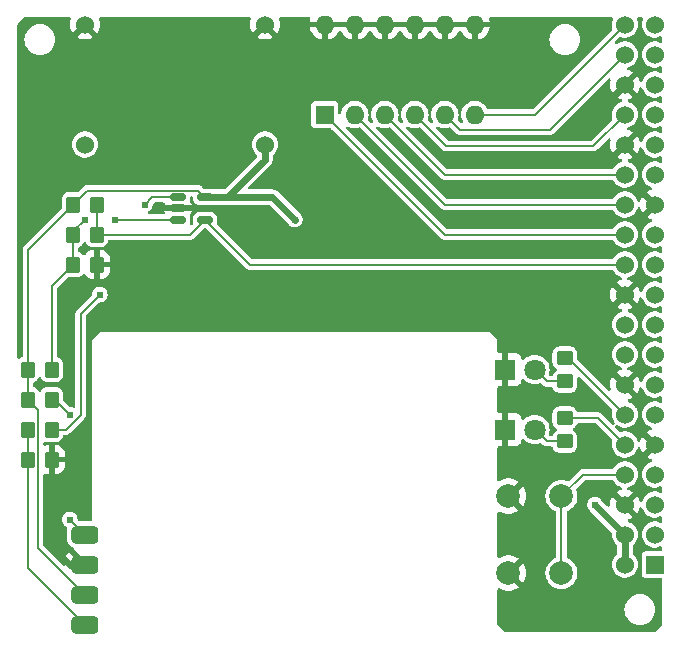
<source format=gbr>
%TF.GenerationSoftware,KiCad,Pcbnew,7.0.10*%
%TF.CreationDate,2024-05-08T17:26:41+09:00*%
%TF.ProjectId,yashica8,79617368-6963-4613-982e-6b696361645f,rev?*%
%TF.SameCoordinates,Original*%
%TF.FileFunction,Copper,L1,Top*%
%TF.FilePolarity,Positive*%
%FSLAX46Y46*%
G04 Gerber Fmt 4.6, Leading zero omitted, Abs format (unit mm)*
G04 Created by KiCad (PCBNEW 7.0.10) date 2024-05-08 17:26:41*
%MOMM*%
%LPD*%
G01*
G04 APERTURE LIST*
G04 Aperture macros list*
%AMRoundRect*
0 Rectangle with rounded corners*
0 $1 Rounding radius*
0 $2 $3 $4 $5 $6 $7 $8 $9 X,Y pos of 4 corners*
0 Add a 4 corners polygon primitive as box body*
4,1,4,$2,$3,$4,$5,$6,$7,$8,$9,$2,$3,0*
0 Add four circle primitives for the rounded corners*
1,1,$1+$1,$2,$3*
1,1,$1+$1,$4,$5*
1,1,$1+$1,$6,$7*
1,1,$1+$1,$8,$9*
0 Add four rect primitives between the rounded corners*
20,1,$1+$1,$2,$3,$4,$5,0*
20,1,$1+$1,$4,$5,$6,$7,0*
20,1,$1+$1,$6,$7,$8,$9,0*
20,1,$1+$1,$8,$9,$2,$3,0*%
G04 Aperture macros list end*
%TA.AperFunction,ComponentPad*%
%ADD10R,1.800000X1.800000*%
%TD*%
%TA.AperFunction,ComponentPad*%
%ADD11C,1.800000*%
%TD*%
%TA.AperFunction,ComponentPad*%
%ADD12C,2.000000*%
%TD*%
%TA.AperFunction,SMDPad,CuDef*%
%ADD13RoundRect,0.250000X-0.350000X-0.450000X0.350000X-0.450000X0.350000X0.450000X-0.350000X0.450000X0*%
%TD*%
%TA.AperFunction,SMDPad,CuDef*%
%ADD14RoundRect,0.150000X-0.512500X-0.150000X0.512500X-0.150000X0.512500X0.150000X-0.512500X0.150000X0*%
%TD*%
%TA.AperFunction,ComponentPad*%
%ADD15R,1.524000X1.524000*%
%TD*%
%TA.AperFunction,ComponentPad*%
%ADD16C,1.524000*%
%TD*%
%TA.AperFunction,SMDPad,CuDef*%
%ADD17RoundRect,0.250000X-0.450000X0.350000X-0.450000X-0.350000X0.450000X-0.350000X0.450000X0.350000X0*%
%TD*%
%TA.AperFunction,ComponentPad*%
%ADD18R,1.600000X1.600000*%
%TD*%
%TA.AperFunction,ComponentPad*%
%ADD19O,1.600000X1.600000*%
%TD*%
%TA.AperFunction,SMDPad,CuDef*%
%ADD20RoundRect,0.381000X-0.762000X-0.381000X0.762000X-0.381000X0.762000X0.381000X-0.762000X0.381000X0*%
%TD*%
%TA.AperFunction,SMDPad,CuDef*%
%ADD21RoundRect,0.381000X0.762000X0.381000X-0.762000X0.381000X-0.762000X-0.381000X0.762000X-0.381000X0*%
%TD*%
%TA.AperFunction,ViaPad*%
%ADD22C,0.605000*%
%TD*%
%TA.AperFunction,Conductor*%
%ADD23C,0.200000*%
%TD*%
%TA.AperFunction,Conductor*%
%ADD24C,0.600000*%
%TD*%
%TA.AperFunction,Conductor*%
%ADD25C,0.152400*%
%TD*%
G04 APERTURE END LIST*
D10*
%TO.P,D2,1,K*%
%TO.N,GND*%
X23510000Y24590000D03*
D11*
%TO.P,D2,2,A*%
%TO.N,Net-(D2-A)*%
X26050000Y24590000D03*
%TD*%
D12*
%TO.P,SW2,1,1*%
%TO.N,GND*%
X23800000Y7370000D03*
X23800000Y13870000D03*
%TO.P,SW2,2,2*%
%TO.N,Net-(J1-GPIO14{slash}TXD)*%
X28300000Y7370000D03*
X28300000Y13870000D03*
%TD*%
D13*
%TO.P,R5,1*%
%TO.N,Net-(R4-Pad1)*%
X-16860000Y16970000D03*
%TO.P,R5,2*%
%TO.N,GND*%
X-14860000Y16970000D03*
%TD*%
%TO.P,R7,1*%
%TO.N,+5V*%
X-16860000Y22050000D03*
%TO.P,R7,2*%
%TO.N,Net-(U3-A)*%
X-14860000Y22050000D03*
%TD*%
D14*
%TO.P,U1,1,-*%
%TO.N,Net-(U1--)*%
X-4165000Y39190000D03*
%TO.P,U1,2,V-*%
%TO.N,GND*%
X-4165000Y38240000D03*
%TO.P,U1,3,+*%
%TO.N,Net-(U1-+)*%
X-4165000Y37290000D03*
%TO.P,U1,4*%
%TO.N,Net-(J1-GPIO25)*%
X-1890000Y37290000D03*
%TO.P,U1,5,V+*%
%TO.N,+5V*%
X-1890000Y39190000D03*
%TD*%
D15*
%TO.P,J1,1,3V3*%
%TO.N,unconnected-(J1-3V3-Pad1)*%
X36210000Y8080000D03*
D16*
%TO.P,J1,2,5V*%
%TO.N,+5V*%
X33670000Y8080000D03*
%TO.P,J1,3,SDA/GPIO2*%
%TO.N,unconnected-(J1-SDA{slash}GPIO2-Pad3)*%
X36210000Y10620000D03*
%TO.P,J1,4,5V*%
%TO.N,+5V*%
X33670000Y10620000D03*
%TO.P,J1,5,SCL/GPIO3*%
%TO.N,unconnected-(J1-SCL{slash}GPIO3-Pad5)*%
X36210000Y13160000D03*
%TO.P,J1,6,GND*%
%TO.N,GND*%
X33670000Y13160000D03*
%TO.P,J1,7,GCLK0/GPIO4*%
%TO.N,unconnected-(J1-GCLK0{slash}GPIO4-Pad7)*%
X36210000Y15700000D03*
%TO.P,J1,8,GPIO14/TXD*%
%TO.N,Net-(J1-GPIO14{slash}TXD)*%
X33670000Y15700000D03*
%TO.P,J1,9,GND*%
%TO.N,GND*%
X36210000Y18240000D03*
%TO.P,J1,10,GPIO15/RXD*%
%TO.N,Net-(J1-GPIO15{slash}RXD)*%
X33670000Y18240000D03*
%TO.P,J1,11,GPIO17*%
%TO.N,unconnected-(J1-GPIO17-Pad11)*%
X36210000Y20780000D03*
%TO.P,J1,12,GPIO18/PWM0*%
%TO.N,Net-(J1-GPIO18{slash}PWM0)*%
X33670000Y20780000D03*
%TO.P,J1,13,GPIO27*%
%TO.N,unconnected-(J1-GPIO27-Pad13)*%
X36210000Y23320000D03*
%TO.P,J1,14,GND*%
%TO.N,GND*%
X33670000Y23320000D03*
%TO.P,J1,15,GPIO22*%
%TO.N,unconnected-(J1-GPIO22-Pad15)*%
X36210000Y25860000D03*
%TO.P,J1,16,GPIO23*%
%TO.N,unconnected-(J1-GPIO23-Pad16)*%
X33670000Y25860000D03*
%TO.P,J1,17,3V3*%
%TO.N,unconnected-(J1-3V3-Pad17)*%
X36210000Y28400000D03*
%TO.P,J1,18,GPIO24*%
%TO.N,unconnected-(J1-GPIO24-Pad18)*%
X33670000Y28400000D03*
%TO.P,J1,19,MOSI0/GPIO10*%
%TO.N,unconnected-(J1-MOSI0{slash}GPIO10-Pad19)*%
X36210000Y30940000D03*
%TO.P,J1,20,GND*%
%TO.N,GND*%
X33670000Y30940000D03*
%TO.P,J1,21,MISO0/GPIO9*%
%TO.N,unconnected-(J1-MISO0{slash}GPIO9-Pad21)*%
X36210000Y33480000D03*
%TO.P,J1,22,GPIO25*%
%TO.N,Net-(J1-GPIO25)*%
X33670000Y33480000D03*
%TO.P,J1,23,SCLK0/GPIO11*%
%TO.N,unconnected-(J1-SCLK0{slash}GPIO11-Pad23)*%
X36210000Y36020000D03*
%TO.P,J1,24,~{CE0}/GPIO8*%
%TO.N,Net-(J1-~{CE0}{slash}GPIO8)*%
X33670000Y36020000D03*
%TO.P,J1,25,GND*%
%TO.N,GND*%
X36210000Y38560000D03*
%TO.P,J1,26,~{CE1}/GPIO7*%
%TO.N,Net-(J1-~{CE1}{slash}GPIO7)*%
X33670000Y38560000D03*
%TO.P,J1,27,ID_SD/GPIO0*%
%TO.N,unconnected-(J1-ID_SD{slash}GPIO0-Pad27)*%
X36210000Y41100000D03*
%TO.P,J1,28,ID_SC/GPIO1*%
%TO.N,Net-(J1-ID_SC{slash}GPIO1)*%
X33670000Y41100000D03*
%TO.P,J1,29,GCLK1/GPIO5*%
%TO.N,unconnected-(J1-GCLK1{slash}GPIO5-Pad29)*%
X36210000Y43640000D03*
%TO.P,J1,30,GND*%
%TO.N,GND*%
X33670000Y43640000D03*
%TO.P,J1,31,GCLK2/GPIO6*%
%TO.N,unconnected-(J1-GCLK2{slash}GPIO6-Pad31)*%
X36210000Y46180000D03*
%TO.P,J1,32,PWM0/GPIO12*%
%TO.N,Net-(J1-PWM0{slash}GPIO12)*%
X33670000Y46180000D03*
%TO.P,J1,33,PWM1/GPIO13*%
%TO.N,unconnected-(J1-PWM1{slash}GPIO13-Pad33)*%
X36210000Y48720000D03*
%TO.P,J1,34,GND*%
%TO.N,GND*%
X33670000Y48720000D03*
%TO.P,J1,35,GPIO19/MISO1*%
%TO.N,unconnected-(J1-GPIO19{slash}MISO1-Pad35)*%
X36210000Y51260000D03*
%TO.P,J1,36,GPIO16*%
%TO.N,Net-(J1-GPIO16)*%
X33670000Y51260000D03*
%TO.P,J1,37,GPIO26*%
%TO.N,unconnected-(J1-GPIO26-Pad37)*%
X36210000Y53800000D03*
%TO.P,J1,38,GPIO20/MOSI1*%
%TO.N,Net-(J1-GPIO20{slash}MOSI1)*%
X33670000Y53800000D03*
%TD*%
D13*
%TO.P,R2,1*%
%TO.N,Net-(U1-+)*%
X-13050000Y33480000D03*
%TO.P,R2,2*%
%TO.N,GND*%
X-11050000Y33480000D03*
%TD*%
D16*
%TO.P,U2,1,IN+*%
%TO.N,+9V*%
X-12050000Y43640000D03*
%TO.P,U2,2,IN-*%
%TO.N,GND*%
X-12050000Y53800000D03*
%TO.P,U2,3,OUT+*%
%TO.N,+5V*%
X3190000Y43640000D03*
%TO.P,U2,4,OUT-*%
%TO.N,GND*%
X3190000Y53800000D03*
%TD*%
D10*
%TO.P,D1,1,K*%
%TO.N,GND*%
X23510000Y19510000D03*
D11*
%TO.P,D1,2,A*%
%TO.N,Net-(D1-A)*%
X26050000Y19510000D03*
%TD*%
D13*
%TO.P,R1,1*%
%TO.N,+5V*%
X-16860000Y24590000D03*
%TO.P,R1,2*%
%TO.N,Net-(U1-+)*%
X-14860000Y24590000D03*
%TD*%
D17*
%TO.P,R8,1*%
%TO.N,Net-(J1-GPIO15{slash}RXD)*%
X28590000Y20510000D03*
%TO.P,R8,2*%
%TO.N,Net-(D1-A)*%
X28590000Y18510000D03*
%TD*%
D18*
%TO.P,SW1,1*%
%TO.N,Net-(J1-~{CE0}{slash}GPIO8)*%
X8270000Y46180000D03*
D19*
%TO.P,SW1,2*%
%TO.N,Net-(J1-~{CE1}{slash}GPIO7)*%
X10810000Y46180000D03*
%TO.P,SW1,3*%
%TO.N,Net-(J1-ID_SC{slash}GPIO1)*%
X13350000Y46180000D03*
%TO.P,SW1,4*%
%TO.N,Net-(J1-PWM0{slash}GPIO12)*%
X15890000Y46180000D03*
%TO.P,SW1,5*%
%TO.N,Net-(J1-GPIO16)*%
X18430000Y46180000D03*
%TO.P,SW1,6*%
%TO.N,Net-(J1-GPIO20{slash}MOSI1)*%
X20970000Y46180000D03*
%TO.P,SW1,7*%
%TO.N,GND*%
X20970000Y53800000D03*
%TO.P,SW1,8*%
X18430000Y53800000D03*
%TO.P,SW1,9*%
X15890000Y53800000D03*
%TO.P,SW1,10*%
X13350000Y53800000D03*
%TO.P,SW1,11*%
X10810000Y53800000D03*
%TO.P,SW1,12*%
X8270000Y53800000D03*
%TD*%
D13*
%TO.P,R4,1*%
%TO.N,Net-(R4-Pad1)*%
X-16860000Y19510000D03*
%TO.P,R4,2*%
%TO.N,Net-(U1--)*%
X-14860000Y19510000D03*
%TD*%
%TO.P,R6,1*%
%TO.N,+5V*%
X-13050000Y38560000D03*
%TO.P,R6,2*%
%TO.N,Net-(J1-GPIO25)*%
X-11050000Y38560000D03*
%TD*%
D20*
%TO.P,U3,1,A*%
%TO.N,Net-(U3-A)*%
X-12050000Y10620000D03*
%TO.P,U3,2,K*%
%TO.N,GND*%
X-12050000Y8080000D03*
D21*
%TO.P,U3,3*%
%TO.N,+5V*%
X-12050000Y5540000D03*
D20*
%TO.P,U3,4*%
%TO.N,Net-(R4-Pad1)*%
X-12050000Y3000000D03*
%TD*%
D13*
%TO.P,R3,1*%
%TO.N,Net-(U1-+)*%
X-13050000Y36020000D03*
%TO.P,R3,2*%
%TO.N,Net-(J1-GPIO25)*%
X-11050000Y36020000D03*
%TD*%
D17*
%TO.P,R9,1*%
%TO.N,Net-(J1-GPIO18{slash}PWM0)*%
X28590000Y25590000D03*
%TO.P,R9,2*%
%TO.N,Net-(D2-A)*%
X28590000Y23590000D03*
%TD*%
D22*
%TO.N,GND*%
X4460000Y30940000D03*
X19700000Y37290000D03*
X15890000Y32210000D03*
X-3160000Y41100000D03*
X-3160000Y46180000D03*
X29860000Y44910000D03*
X-15860000Y43640000D03*
X31130000Y32210000D03*
X-3160000Y33480000D03*
X24780000Y53800000D03*
X7000000Y28400000D03*
X-13320000Y23320000D03*
X19700000Y39830000D03*
X-13320000Y18240000D03*
X23510000Y32210000D03*
X-620000Y43640000D03*
X-5700000Y53800000D03*
X14620000Y48720000D03*
X-13320000Y46180000D03*
X-13320000Y15700000D03*
X1920000Y51260000D03*
X19700000Y42370000D03*
X-14590000Y14430000D03*
X4460000Y36020000D03*
X23510000Y37290000D03*
X31130000Y34750000D03*
X4460000Y41100000D03*
X9540000Y36020000D03*
X7000000Y38560000D03*
X27320000Y42370000D03*
X9540000Y48720000D03*
X9540000Y30940000D03*
X19700000Y32210000D03*
X-13320000Y41100000D03*
X-8240000Y51260000D03*
X4460000Y48720000D03*
X-14590000Y11890000D03*
X27320000Y37290000D03*
X-5700000Y43640000D03*
X-8240000Y46180000D03*
X-620000Y30940000D03*
X23510000Y42370000D03*
X-15860000Y48720000D03*
X27320000Y51260000D03*
X12080000Y28400000D03*
X14620000Y36020000D03*
X1920000Y46180000D03*
X-3160000Y28400000D03*
X22240000Y28400000D03*
X-15860000Y38560000D03*
X-5700000Y48720000D03*
X22240000Y51260000D03*
X9540000Y41100000D03*
X31130000Y37290000D03*
X17160000Y51260000D03*
X19700000Y34750000D03*
X-10780000Y48720000D03*
X23510000Y39830000D03*
X7000000Y51260000D03*
X-620000Y48720000D03*
X-14590000Y9350000D03*
X-13320000Y51260000D03*
X27320000Y32210000D03*
X17160000Y28400000D03*
X23510000Y34750000D03*
X7000000Y43640000D03*
X-3160000Y51260000D03*
X27320000Y28400000D03*
X32400000Y47450000D03*
X31130000Y39830000D03*
X-13320000Y28400000D03*
X12080000Y51260000D03*
X31130000Y42370000D03*
X27320000Y39830000D03*
X24780000Y48720000D03*
X-13320000Y13160000D03*
X1920000Y28400000D03*
X-8240000Y41100000D03*
X27320000Y34750000D03*
X12080000Y38560000D03*
X-5700000Y30940000D03*
X19700000Y48720000D03*
X-620000Y53800000D03*
%TO.N,+5V*%
X31130000Y13160000D03*
X5730000Y37290000D03*
%TO.N,Net-(U1-+)*%
X-12050000Y37290000D03*
X-9510000Y37290000D03*
%TO.N,Net-(U1--)*%
X-10780000Y30940000D03*
X-6970000Y38560000D03*
%TO.N,Net-(U3-A)*%
X-13320000Y20780000D03*
X-13320000Y11890000D03*
%TD*%
D23*
%TO.N,GND*%
X-14860000Y17198369D02*
X-14860000Y16970000D01*
D24*
X33670000Y48720000D02*
X32400000Y47450000D01*
X-13320000Y8080000D02*
X-14590000Y9350000D01*
X-12050000Y8080000D02*
X-13320000Y8080000D01*
D23*
X23800000Y19220000D02*
X23510000Y19510000D01*
D25*
%TO.N,Net-(D1-A)*%
X27050000Y18510000D02*
X28590000Y18510000D01*
X26050000Y19510000D02*
X27050000Y18510000D01*
D23*
%TO.N,Net-(D2-A)*%
X27050000Y23590000D02*
X28590000Y23590000D01*
X26050000Y24590000D02*
X27050000Y23590000D01*
%TO.N,+5V*%
X-16007600Y21197600D02*
X-16860000Y22050000D01*
X-16860000Y24590000D02*
X-16860000Y22050000D01*
X-2442400Y39742400D02*
X-1890000Y39190000D01*
X-13050000Y38560000D02*
X-11867600Y39742400D01*
D24*
X10000Y39190000D02*
X3190000Y42370000D01*
X3190000Y43640000D02*
X3190000Y42370000D01*
D23*
X-12050000Y5540000D02*
X-16007600Y9497600D01*
D24*
X10000Y39190000D02*
X3830000Y39190000D01*
X33670000Y10620000D02*
X31130000Y13160000D01*
X33670000Y8080000D02*
X33670000Y10620000D01*
X-1890000Y39190000D02*
X10000Y39190000D01*
D23*
X-16860000Y24590000D02*
X-16860000Y34750000D01*
X-11867600Y39742400D02*
X-2442400Y39742400D01*
X-16860000Y34750000D02*
X-13050000Y38560000D01*
D24*
X3830000Y39190000D02*
X5730000Y37290000D01*
D23*
X-16007600Y9497600D02*
X-16007600Y21197600D01*
%TO.N,Net-(J1-GPIO25)*%
X-11050000Y36020000D02*
X-3160000Y36020000D01*
X-11050000Y36020000D02*
X-11050000Y38560000D01*
X-3160000Y36020000D02*
X-1890000Y37290000D01*
X1920000Y33480000D02*
X33670000Y33480000D01*
X-1890000Y37290000D02*
X1920000Y33480000D01*
%TO.N,Net-(J1-~{CE0}{slash}GPIO8)*%
X8270000Y46180000D02*
X18430000Y36020000D01*
X33670000Y36020000D02*
X18430000Y36020000D01*
%TO.N,Net-(J1-~{CE1}{slash}GPIO7)*%
X10810000Y46180000D02*
X18430000Y38560000D01*
X33670000Y38560000D02*
X18430000Y38560000D01*
%TO.N,Net-(J1-ID_SC{slash}GPIO1)*%
X13350000Y46180000D02*
X18430000Y41100000D01*
X33670000Y41100000D02*
X18430000Y41100000D01*
%TO.N,Net-(J1-PWM0{slash}GPIO12)*%
X30995200Y43505200D02*
X33670000Y46180000D01*
X15890000Y46180000D02*
X18564800Y43505200D01*
X18564800Y43505200D02*
X30995200Y43505200D01*
%TO.N,Net-(J1-GPIO16)*%
X27320000Y44910000D02*
X33670000Y51260000D01*
X19700000Y44910000D02*
X27320000Y44910000D01*
X18430000Y46180000D02*
X19700000Y44910000D01*
%TO.N,Net-(J1-GPIO20{slash}MOSI1)*%
X26050000Y46180000D02*
X20970000Y46180000D01*
X33670000Y53800000D02*
X26050000Y46180000D01*
%TO.N,Net-(U1-+)*%
X-13050000Y36020000D02*
X-13050000Y36290000D01*
X-4165000Y37290000D02*
X-5700000Y37290000D01*
X-14860000Y31670000D02*
X-13050000Y33480000D01*
X-13050000Y36290000D02*
X-12050000Y37290000D01*
X-14860000Y24590000D02*
X-14860000Y31670000D01*
X-5700000Y37290000D02*
X-9510000Y37290000D01*
X-13050000Y36020000D02*
X-13050000Y33480000D01*
%TO.N,Net-(R4-Pad1)*%
X-16860000Y7810000D02*
X-12050000Y3000000D01*
X-16860000Y16970000D02*
X-16860000Y19510000D01*
X-16860000Y16970000D02*
X-16860000Y7810000D01*
%TO.N,Net-(U1--)*%
X-12402400Y20780000D02*
X-12402400Y29317600D01*
X-14860000Y19510000D02*
X-13672400Y19510000D01*
X-12402400Y29317600D02*
X-10780000Y30940000D01*
X-6970000Y38560000D02*
X-6340000Y39190000D01*
X-13672400Y19510000D02*
X-12402400Y20780000D01*
X-6340000Y39190000D02*
X-4165000Y39190000D01*
%TO.N,Net-(U3-A)*%
X-14860000Y22050000D02*
X-14590000Y22050000D01*
X-12050000Y10620000D02*
X-13320000Y11890000D01*
X-14590000Y22050000D02*
X-13320000Y20780000D01*
%TO.N,Net-(J1-GPIO14{slash}TXD)*%
X28300000Y13870000D02*
X28300000Y7370000D01*
X28300000Y13870000D02*
X30130000Y15700000D01*
X30130000Y15700000D02*
X33670000Y15700000D01*
%TO.N,Net-(J1-GPIO15{slash}RXD)*%
X31400000Y20510000D02*
X33670000Y18240000D01*
X28590000Y20510000D02*
X31400000Y20510000D01*
%TO.N,Net-(J1-GPIO18{slash}PWM0)*%
X28590000Y25590000D02*
X28860000Y25590000D01*
X28860000Y25590000D02*
X33670000Y20780000D01*
%TD*%
%TA.AperFunction,Conductor*%
%TO.N,GND*%
G36*
X31229073Y20039815D02*
G01*
X31249715Y20023181D01*
X31920396Y19352500D01*
X32576899Y18695998D01*
X32610384Y18634675D01*
X32608485Y18574384D01*
X32571757Y18445295D01*
X32552734Y18240000D01*
X32571757Y18034706D01*
X32628180Y17836395D01*
X32720081Y17651835D01*
X32844331Y17487301D01*
X32996696Y17348403D01*
X32996698Y17348401D01*
X33096961Y17286321D01*
X33171992Y17239864D01*
X33364246Y17165385D01*
X33566912Y17127500D01*
X33566914Y17127500D01*
X33773086Y17127500D01*
X33773088Y17127500D01*
X33975754Y17165385D01*
X34168008Y17239864D01*
X34343303Y17348402D01*
X34495670Y17487303D01*
X34619919Y17651835D01*
X34711820Y17836397D01*
X34743368Y17947279D01*
X34780646Y18006371D01*
X34843955Y18035929D01*
X34913195Y18026568D01*
X34966382Y17981258D01*
X34982409Y17945438D01*
X35019576Y17806727D01*
X35019580Y17806716D01*
X35112898Y17606595D01*
X35112901Y17606589D01*
X35158258Y17541813D01*
X35158259Y17541812D01*
X35825096Y18208650D01*
X35825051Y18208102D01*
X35856266Y18084838D01*
X35925813Y17978388D01*
X36026157Y17900287D01*
X36146422Y17859000D01*
X36182551Y17859000D01*
X35511810Y17188260D01*
X35576590Y17142901D01*
X35576592Y17142900D01*
X35776715Y17049581D01*
X35776729Y17049576D01*
X35906468Y17014813D01*
X35966129Y16978448D01*
X35996658Y16915602D01*
X35988364Y16846226D01*
X35943878Y16792348D01*
X35908310Y16775772D01*
X35904252Y16774618D01*
X35711993Y16700137D01*
X35711986Y16700133D01*
X35536698Y16591600D01*
X35536696Y16591598D01*
X35384331Y16452700D01*
X35260081Y16288166D01*
X35168180Y16103606D01*
X35111757Y15905295D01*
X35092734Y15700000D01*
X35111757Y15494706D01*
X35168180Y15296395D01*
X35260081Y15111835D01*
X35384331Y14947301D01*
X35536696Y14808403D01*
X35536698Y14808401D01*
X35636961Y14746321D01*
X35711992Y14699864D01*
X35904246Y14625385D01*
X36106912Y14587500D01*
X36106914Y14587500D01*
X36313086Y14587500D01*
X36313088Y14587500D01*
X36515754Y14625385D01*
X36676206Y14687545D01*
X36745829Y14693407D01*
X36807569Y14660697D01*
X36841824Y14599801D01*
X36845000Y14571918D01*
X36845000Y14288083D01*
X36825315Y14221044D01*
X36772511Y14175289D01*
X36703353Y14165345D01*
X36676206Y14172456D01*
X36550785Y14221044D01*
X36515754Y14234615D01*
X36313088Y14272500D01*
X36106912Y14272500D01*
X35904246Y14234615D01*
X35904243Y14234615D01*
X35904243Y14234614D01*
X35711993Y14160137D01*
X35711986Y14160133D01*
X35536698Y14051600D01*
X35536696Y14051598D01*
X35384331Y13912700D01*
X35260081Y13748166D01*
X35168180Y13563605D01*
X35168177Y13563599D01*
X35136631Y13452723D01*
X35099352Y13393629D01*
X35036042Y13364072D01*
X34966803Y13373434D01*
X34913616Y13418744D01*
X34897590Y13454564D01*
X34860424Y13593271D01*
X34860420Y13593280D01*
X34767096Y13793414D01*
X34721741Y13858189D01*
X34721740Y13858190D01*
X34054903Y13191352D01*
X34054949Y13191898D01*
X34023734Y13315162D01*
X33954187Y13421612D01*
X33853843Y13499713D01*
X33733578Y13541000D01*
X33697448Y13541000D01*
X34368188Y14211741D01*
X34368187Y14211742D01*
X34303411Y14257099D01*
X34303405Y14257102D01*
X34103284Y14350420D01*
X34103273Y14350424D01*
X33973530Y14385188D01*
X33913870Y14421553D01*
X33883341Y14484400D01*
X33891636Y14553776D01*
X33936121Y14607654D01*
X33971703Y14624233D01*
X33975743Y14625384D01*
X33975754Y14625385D01*
X34168008Y14699864D01*
X34343303Y14808402D01*
X34495670Y14947303D01*
X34619919Y15111835D01*
X34711820Y15296397D01*
X34768242Y15494703D01*
X34787266Y15700000D01*
X34768242Y15905297D01*
X34711820Y16103603D01*
X34698663Y16130025D01*
X34655276Y16217159D01*
X34619919Y16288165D01*
X34495670Y16452697D01*
X34495668Y16452700D01*
X34343303Y16591598D01*
X34343301Y16591600D01*
X34168013Y16700133D01*
X34168006Y16700137D01*
X34010785Y16761044D01*
X33975754Y16774615D01*
X33773088Y16812500D01*
X33566912Y16812500D01*
X33364246Y16774615D01*
X33364243Y16774615D01*
X33364243Y16774614D01*
X33171993Y16700137D01*
X33171986Y16700133D01*
X32996698Y16591600D01*
X32996696Y16591598D01*
X32844331Y16452700D01*
X32720081Y16288166D01*
X32685754Y16219228D01*
X32638251Y16167991D01*
X32574754Y16150500D01*
X30162262Y16150500D01*
X30148379Y16151280D01*
X30144371Y16151732D01*
X30112965Y16155271D01*
X30056782Y16144642D01*
X30052218Y16143867D01*
X29995715Y16135349D01*
X29987539Y16132828D01*
X29979529Y16130025D01*
X29928980Y16103309D01*
X29924844Y16101221D01*
X29873359Y16076426D01*
X29866310Y16071621D01*
X29859458Y16066564D01*
X29819046Y16026152D01*
X29815709Y16022937D01*
X29773808Y15984058D01*
X29768015Y15976793D01*
X29767363Y15977313D01*
X29757969Y15965075D01*
X28943134Y15150239D01*
X28881811Y15116754D01*
X28812120Y15121738D01*
X28803050Y15125537D01*
X28783142Y15134820D01*
X28763663Y15143903D01*
X28763659Y15143904D01*
X28763655Y15143906D01*
X28535413Y15205062D01*
X28535403Y15205064D01*
X28300001Y15225659D01*
X28299999Y15225659D01*
X28064596Y15205064D01*
X28064586Y15205062D01*
X27836344Y15143906D01*
X27836335Y15143902D01*
X27622171Y15044036D01*
X27622169Y15044035D01*
X27428597Y14908495D01*
X27261505Y14741403D01*
X27125965Y14547831D01*
X27125964Y14547829D01*
X27026098Y14333665D01*
X27026094Y14333656D01*
X26964938Y14105414D01*
X26964936Y14105404D01*
X26944341Y13870001D01*
X26944341Y13870000D01*
X26964936Y13634597D01*
X26964938Y13634587D01*
X27026094Y13406345D01*
X27026096Y13406341D01*
X27026097Y13406337D01*
X27100976Y13245760D01*
X27125965Y13192170D01*
X27125967Y13192166D01*
X27220310Y13057431D01*
X27261505Y12998599D01*
X27428599Y12831505D01*
X27481218Y12794661D01*
X27622165Y12695968D01*
X27622167Y12695967D01*
X27622170Y12695965D01*
X27777906Y12623344D01*
X27830344Y12577173D01*
X27849500Y12510963D01*
X27849500Y8729038D01*
X27829815Y8661999D01*
X27777905Y8616656D01*
X27622171Y8544036D01*
X27622169Y8544035D01*
X27428597Y8408495D01*
X27261505Y8241403D01*
X27125965Y8047831D01*
X27125964Y8047829D01*
X27026098Y7833665D01*
X27026094Y7833656D01*
X26964938Y7605414D01*
X26964936Y7605404D01*
X26944341Y7370001D01*
X26944341Y7370000D01*
X26964936Y7134597D01*
X26964938Y7134587D01*
X27026094Y6906345D01*
X27026096Y6906341D01*
X27026097Y6906337D01*
X27059168Y6835416D01*
X27125965Y6692170D01*
X27125967Y6692166D01*
X27198571Y6588478D01*
X27261505Y6498599D01*
X27428599Y6331505D01*
X27525384Y6263735D01*
X27622165Y6195968D01*
X27622167Y6195967D01*
X27622170Y6195965D01*
X27836337Y6096097D01*
X28064592Y6034937D01*
X28252918Y6018461D01*
X28299999Y6014341D01*
X28300000Y6014341D01*
X28300001Y6014341D01*
X28339234Y6017774D01*
X28535408Y6034937D01*
X28763663Y6096097D01*
X28977830Y6195965D01*
X29171401Y6331505D01*
X29338495Y6498599D01*
X29474035Y6692170D01*
X29573903Y6906337D01*
X29635063Y7134592D01*
X29655659Y7370000D01*
X29655658Y7370006D01*
X29645777Y7482953D01*
X29635063Y7605408D01*
X29573903Y7833663D01*
X29474035Y8047829D01*
X29470817Y8052426D01*
X29338494Y8241403D01*
X29171402Y8408494D01*
X29171395Y8408499D01*
X28977834Y8544033D01*
X28977831Y8544035D01*
X28977830Y8544035D01*
X28871514Y8593611D01*
X28822095Y8616656D01*
X28769656Y8662829D01*
X28750500Y8729038D01*
X28750500Y12510963D01*
X28770185Y12578002D01*
X28822093Y12623344D01*
X28977830Y12695965D01*
X29171401Y12831505D01*
X29338495Y12998599D01*
X29474035Y13192170D01*
X29573903Y13406337D01*
X29635063Y13634592D01*
X29655659Y13870000D01*
X29655658Y13870006D01*
X29639771Y14051598D01*
X29635063Y14105408D01*
X29573903Y14333663D01*
X29555535Y14373051D01*
X29545044Y14442127D01*
X29573563Y14505911D01*
X29580223Y14513122D01*
X30280284Y15213181D01*
X30341607Y15246666D01*
X30367965Y15249500D01*
X32574754Y15249500D01*
X32641793Y15229815D01*
X32685754Y15180772D01*
X32720081Y15111835D01*
X32844331Y14947301D01*
X32996696Y14808403D01*
X32996698Y14808401D01*
X33096961Y14746321D01*
X33171992Y14699864D01*
X33364246Y14625385D01*
X33364251Y14625384D01*
X33368299Y14624232D01*
X33427395Y14586958D01*
X33456959Y14523651D01*
X33447602Y14454411D01*
X33402297Y14401220D01*
X33366469Y14385188D01*
X33236727Y14350424D01*
X33236720Y14350421D01*
X33036590Y14257099D01*
X32971811Y14211742D01*
X33642553Y13541000D01*
X33638431Y13541000D01*
X33544579Y13525339D01*
X33432749Y13464820D01*
X33346629Y13371269D01*
X33295552Y13254823D01*
X33289894Y13186553D01*
X32618258Y13858189D01*
X32572901Y13793410D01*
X32479579Y13593280D01*
X32479575Y13593271D01*
X32422426Y13379987D01*
X32422424Y13379977D01*
X32403179Y13160001D01*
X32403179Y13160000D01*
X32407353Y13112291D01*
X32393586Y13043791D01*
X32344971Y12993607D01*
X32276943Y12977674D01*
X32211099Y13001049D01*
X32196144Y13013802D01*
X31649544Y13560402D01*
X31635175Y13577644D01*
X31622371Y13596194D01*
X31622362Y13596204D01*
X31503675Y13701352D01*
X31503673Y13701354D01*
X31503671Y13701355D01*
X31481691Y13712892D01*
X31464912Y13723683D01*
X31463759Y13724365D01*
X31445646Y13732203D01*
X31437268Y13736207D01*
X31363254Y13775052D01*
X31334684Y13782094D01*
X31315123Y13788685D01*
X31312928Y13789635D01*
X31312924Y13789636D01*
X31293366Y13792734D01*
X31283093Y13794810D01*
X31209290Y13813000D01*
X31209289Y13813000D01*
X31175172Y13813000D01*
X31155773Y13814527D01*
X31150595Y13815347D01*
X31131585Y13813550D01*
X31119916Y13813000D01*
X31050711Y13813000D01*
X31012896Y13803681D01*
X30994906Y13800630D01*
X30986971Y13799880D01*
X30970221Y13793850D01*
X30957901Y13790126D01*
X30896746Y13775053D01*
X30896746Y13775052D01*
X30896742Y13775051D01*
X30896742Y13775050D01*
X30857863Y13754647D01*
X30842254Y13747779D01*
X30832334Y13744208D01*
X30819020Y13735160D01*
X30806956Y13727928D01*
X30756332Y13701358D01*
X30719625Y13668838D01*
X30707100Y13659098D01*
X30696400Y13651827D01*
X30696392Y13651820D01*
X30687101Y13641281D01*
X30676321Y13630475D01*
X30637634Y13596201D01*
X30637629Y13596195D01*
X30606735Y13551437D01*
X30597701Y13539876D01*
X30587707Y13528541D01*
X30582360Y13518047D01*
X30573930Y13503910D01*
X30547551Y13465695D01*
X30547547Y13465686D01*
X30526263Y13409566D01*
X30520810Y13397250D01*
X30513093Y13382103D01*
X30513092Y13382101D01*
X30511066Y13373038D01*
X30505996Y13356125D01*
X30491318Y13317425D01*
X30491317Y13317420D01*
X30483356Y13251857D01*
X30481275Y13239763D01*
X30477240Y13221710D01*
X30477239Y13221697D01*
X30477447Y13215080D01*
X30476604Y13196250D01*
X30472204Y13160004D01*
X30472204Y13160000D01*
X30480946Y13087997D01*
X30481789Y13076950D01*
X30482402Y13057430D01*
X30483472Y13053748D01*
X30487487Y13034118D01*
X30491318Y13002579D01*
X30491318Y13002577D01*
X30519572Y12928079D01*
X30522699Y12918726D01*
X30528256Y12899602D01*
X30528730Y12898800D01*
X30537938Y12879653D01*
X30547547Y12854314D01*
X30547550Y12854310D01*
X30547551Y12854307D01*
X30570998Y12820338D01*
X30597400Y12782088D01*
X30602084Y12774766D01*
X30611916Y12758139D01*
X30615205Y12753900D01*
X30624822Y12742360D01*
X30637633Y12723801D01*
X30710411Y12659325D01*
X30715846Y12654208D01*
X32528307Y10841747D01*
X32561792Y10780424D01*
X32564097Y10742625D01*
X32552734Y10620001D01*
X32571757Y10414706D01*
X32628180Y10216395D01*
X32720081Y10031835D01*
X32844331Y9867301D01*
X32979038Y9744500D01*
X33015320Y9684789D01*
X33019500Y9652863D01*
X33019500Y9047138D01*
X32999815Y8980099D01*
X32979039Y8955501D01*
X32844329Y8832697D01*
X32720081Y8668166D01*
X32628180Y8483606D01*
X32571757Y8285295D01*
X32552734Y8080000D01*
X32571757Y7874706D01*
X32628180Y7676395D01*
X32720081Y7491835D01*
X32844331Y7327301D01*
X32996696Y7188403D01*
X32996698Y7188401D01*
X33003669Y7184085D01*
X33171992Y7079864D01*
X33364246Y7005385D01*
X33566912Y6967500D01*
X33566914Y6967500D01*
X33773086Y6967500D01*
X33773088Y6967500D01*
X33975754Y7005385D01*
X34168008Y7079864D01*
X34343303Y7188402D01*
X34495670Y7327303D01*
X34619919Y7491835D01*
X34711820Y7676397D01*
X34768242Y7874703D01*
X34787266Y8080000D01*
X34768242Y8285297D01*
X34711820Y8483603D01*
X34681729Y8544033D01*
X34645567Y8616656D01*
X34619919Y8668165D01*
X34495670Y8832697D01*
X34448980Y8875261D01*
X34360961Y8955501D01*
X34324680Y9015213D01*
X34320500Y9047138D01*
X34320500Y9652863D01*
X34340185Y9719902D01*
X34360962Y9744500D01*
X34495668Y9867301D01*
X34541315Y9927747D01*
X34619919Y10031835D01*
X34711820Y10216397D01*
X34768242Y10414703D01*
X34787266Y10620000D01*
X34768242Y10825297D01*
X34711820Y11023603D01*
X34698802Y11049746D01*
X34645569Y11156653D01*
X34619919Y11208165D01*
X34495670Y11372697D01*
X34495668Y11372700D01*
X34343303Y11511598D01*
X34343301Y11511600D01*
X34168013Y11620133D01*
X34168006Y11620137D01*
X33975750Y11694617D01*
X33971692Y11695771D01*
X33912598Y11733049D01*
X33883039Y11796359D01*
X33892400Y11865598D01*
X33937709Y11918785D01*
X33973531Y11934813D01*
X34103270Y11969576D01*
X34103284Y11969581D01*
X34303407Y12062900D01*
X34303417Y12062906D01*
X34368188Y12108259D01*
X33697447Y12779000D01*
X33701569Y12779000D01*
X33795421Y12794661D01*
X33907251Y12855180D01*
X33993371Y12948731D01*
X34044448Y13065177D01*
X34050105Y13133448D01*
X34721741Y12461812D01*
X34767094Y12526583D01*
X34767100Y12526593D01*
X34860419Y12726716D01*
X34860424Y12726730D01*
X34897590Y12865437D01*
X34933955Y12925097D01*
X34996801Y12955627D01*
X35066177Y12947333D01*
X35120055Y12902848D01*
X35136631Y12867278D01*
X35168177Y12756402D01*
X35168180Y12756396D01*
X35260081Y12571835D01*
X35384331Y12407301D01*
X35536696Y12268403D01*
X35536698Y12268401D01*
X35636961Y12206321D01*
X35711992Y12159864D01*
X35904246Y12085385D01*
X36106912Y12047500D01*
X36106914Y12047500D01*
X36313086Y12047500D01*
X36313088Y12047500D01*
X36515754Y12085385D01*
X36676206Y12147545D01*
X36745829Y12153407D01*
X36807569Y12120697D01*
X36841824Y12059801D01*
X36845000Y12031918D01*
X36845000Y11748083D01*
X36825315Y11681044D01*
X36772511Y11635289D01*
X36703353Y11625345D01*
X36676206Y11632456D01*
X36550785Y11681044D01*
X36515754Y11694615D01*
X36313088Y11732500D01*
X36106912Y11732500D01*
X35904246Y11694615D01*
X35904243Y11694615D01*
X35904243Y11694614D01*
X35711993Y11620137D01*
X35711986Y11620133D01*
X35536698Y11511600D01*
X35536696Y11511598D01*
X35384331Y11372700D01*
X35260081Y11208166D01*
X35168180Y11023606D01*
X35111757Y10825295D01*
X35092734Y10620000D01*
X35111757Y10414706D01*
X35168180Y10216395D01*
X35260081Y10031835D01*
X35384331Y9867301D01*
X35536696Y9728403D01*
X35536698Y9728401D01*
X35559500Y9714283D01*
X35711992Y9619864D01*
X35904246Y9545385D01*
X36106912Y9507500D01*
X36106914Y9507500D01*
X36313086Y9507500D01*
X36313088Y9507500D01*
X36515754Y9545385D01*
X36676206Y9607545D01*
X36745829Y9613407D01*
X36807569Y9580697D01*
X36841824Y9519801D01*
X36845000Y9491918D01*
X36845000Y9316500D01*
X36825315Y9249461D01*
X36772511Y9203706D01*
X36721000Y9192500D01*
X35414739Y9192500D01*
X35346608Y9182574D01*
X35241514Y9131197D01*
X35158803Y9048486D01*
X35107426Y8943392D01*
X35097500Y8875261D01*
X35097500Y7284740D01*
X35107426Y7216609D01*
X35158803Y7111515D01*
X35241514Y7028804D01*
X35241515Y7028804D01*
X35241517Y7028802D01*
X35346607Y6977427D01*
X35380673Y6972464D01*
X35414739Y6967500D01*
X36721000Y6967500D01*
X36788039Y6947815D01*
X36833794Y6895011D01*
X36845000Y6843500D01*
X36845000Y3051362D01*
X36825315Y2984323D01*
X36808681Y2963681D01*
X36246319Y2401319D01*
X36184996Y2367834D01*
X36158638Y2365000D01*
X23561362Y2365000D01*
X23494323Y2384685D01*
X23473681Y2401319D01*
X22911319Y2963681D01*
X22877834Y3025004D01*
X22875000Y3051362D01*
X22875000Y4269999D01*
X33634532Y4269999D01*
X33654364Y4043314D01*
X33654366Y4043303D01*
X33713258Y3823512D01*
X33713261Y3823503D01*
X33809431Y3617268D01*
X33809432Y3617266D01*
X33939954Y3430859D01*
X34100858Y3269955D01*
X34100861Y3269953D01*
X34287266Y3139432D01*
X34493504Y3043261D01*
X34713308Y2984365D01*
X34883214Y2969501D01*
X34883215Y2969500D01*
X34883216Y2969500D01*
X34996785Y2969500D01*
X34996785Y2969501D01*
X35166692Y2984365D01*
X35386496Y3043261D01*
X35592734Y3139432D01*
X35779139Y3269953D01*
X35940047Y3430861D01*
X36070568Y3617266D01*
X36166739Y3823504D01*
X36225635Y4043308D01*
X36245468Y4270000D01*
X36225635Y4496692D01*
X36166739Y4716496D01*
X36070568Y4922734D01*
X35940047Y5109139D01*
X35940045Y5109142D01*
X35779141Y5270046D01*
X35592734Y5400568D01*
X35592732Y5400569D01*
X35386497Y5496739D01*
X35386488Y5496742D01*
X35166697Y5555634D01*
X35166687Y5555636D01*
X34996785Y5570500D01*
X34996784Y5570500D01*
X34883216Y5570500D01*
X34883215Y5570500D01*
X34713312Y5555636D01*
X34713302Y5555634D01*
X34493511Y5496742D01*
X34493502Y5496739D01*
X34287267Y5400569D01*
X34287265Y5400568D01*
X34100858Y5270046D01*
X33939954Y5109142D01*
X33809432Y4922735D01*
X33809431Y4922733D01*
X33713261Y4716498D01*
X33713258Y4716489D01*
X33654366Y4496698D01*
X33654364Y4496687D01*
X33634532Y4270002D01*
X33634532Y4269999D01*
X22875000Y4269999D01*
X22875000Y5956921D01*
X22894685Y6023960D01*
X22947489Y6069715D01*
X23016647Y6079659D01*
X23058018Y6065976D01*
X23195390Y5991633D01*
X23195396Y5991631D01*
X23430506Y5910917D01*
X23675707Y5870000D01*
X23924293Y5870000D01*
X24169493Y5910917D01*
X24404603Y5991631D01*
X24404614Y5991636D01*
X24623228Y6109943D01*
X24623231Y6109945D01*
X24670056Y6146391D01*
X23971568Y6844879D01*
X24088458Y6895651D01*
X24205739Y6991066D01*
X24292928Y7114585D01*
X24323354Y7200198D01*
X25023434Y6500118D01*
X25123731Y6653631D01*
X25223587Y6881283D01*
X25284612Y7122262D01*
X25284614Y7122271D01*
X25305141Y7369995D01*
X25305141Y7370006D01*
X25284614Y7617730D01*
X25284612Y7617739D01*
X25223587Y7858718D01*
X25123731Y8086370D01*
X25023434Y8239884D01*
X24325929Y7542378D01*
X24323116Y7555915D01*
X24253558Y7690156D01*
X24150362Y7800652D01*
X24021181Y7879209D01*
X23969996Y7893551D01*
X24670057Y8593611D01*
X24623229Y8630057D01*
X24404614Y8748365D01*
X24404603Y8748370D01*
X24169493Y8829084D01*
X23924293Y8870000D01*
X23675707Y8870000D01*
X23430506Y8829084D01*
X23195396Y8748370D01*
X23195385Y8748365D01*
X23058017Y8674025D01*
X22989689Y8659430D01*
X22924317Y8684093D01*
X22882656Y8740184D01*
X22875000Y8783080D01*
X22875000Y12456921D01*
X22894685Y12523960D01*
X22947489Y12569715D01*
X23016647Y12579659D01*
X23058018Y12565976D01*
X23195390Y12491633D01*
X23195396Y12491631D01*
X23430506Y12410917D01*
X23675707Y12370000D01*
X23924293Y12370000D01*
X24169493Y12410917D01*
X24404603Y12491631D01*
X24404614Y12491636D01*
X24623228Y12609943D01*
X24623231Y12609945D01*
X24670056Y12646391D01*
X23971568Y13344879D01*
X24088458Y13395651D01*
X24205739Y13491066D01*
X24292928Y13614585D01*
X24323354Y13700198D01*
X25023434Y13000118D01*
X25123731Y13153631D01*
X25223587Y13381283D01*
X25284612Y13622262D01*
X25284614Y13622271D01*
X25305141Y13869995D01*
X25305141Y13870006D01*
X25284614Y14117730D01*
X25284612Y14117739D01*
X25223587Y14358718D01*
X25123731Y14586370D01*
X25023434Y14739884D01*
X24325929Y14042378D01*
X24323116Y14055915D01*
X24253558Y14190156D01*
X24150362Y14300652D01*
X24021181Y14379209D01*
X23969996Y14393551D01*
X24670057Y15093611D01*
X24623229Y15130057D01*
X24404614Y15248365D01*
X24404603Y15248370D01*
X24169493Y15329084D01*
X23924293Y15370000D01*
X23675707Y15370000D01*
X23430506Y15329084D01*
X23195396Y15248370D01*
X23195385Y15248365D01*
X23058017Y15174025D01*
X22989689Y15159430D01*
X22924317Y15184093D01*
X22882656Y15240184D01*
X22875000Y15283080D01*
X22875000Y17986000D01*
X22894685Y18053039D01*
X22947489Y18098794D01*
X22999000Y18110000D01*
X23260000Y18110000D01*
X23260000Y19135811D01*
X23312547Y19099984D01*
X23442173Y19060000D01*
X23543724Y19060000D01*
X23644138Y19075135D01*
X23760000Y19130932D01*
X23760000Y18110000D01*
X24457828Y18110000D01*
X24457844Y18110001D01*
X24517372Y18116402D01*
X24517379Y18116404D01*
X24652086Y18166646D01*
X24652093Y18166650D01*
X24767187Y18252810D01*
X24767190Y18252813D01*
X24853350Y18367907D01*
X24853354Y18367914D01*
X24903596Y18502621D01*
X24903598Y18502628D01*
X24909999Y18562156D01*
X24910000Y18562173D01*
X24910000Y18582163D01*
X24929685Y18649202D01*
X24982489Y18694957D01*
X25051647Y18704901D01*
X25115203Y18675876D01*
X25121681Y18669844D01*
X25243123Y18548402D01*
X25422361Y18422898D01*
X25620670Y18330425D01*
X25832023Y18273793D01*
X26014926Y18257792D01*
X26049998Y18254723D01*
X26050000Y18254723D01*
X26050002Y18254723D01*
X26078254Y18257195D01*
X26267977Y18273793D01*
X26479330Y18330425D01*
X26500753Y18340416D01*
X26569829Y18350908D01*
X26633614Y18322390D01*
X26640840Y18315715D01*
X26726404Y18230151D01*
X26735670Y18219783D01*
X26756492Y18193673D01*
X26791214Y18170000D01*
X26801121Y18163246D01*
X26804904Y18160562D01*
X26848366Y18128485D01*
X26855481Y18124725D01*
X26862765Y18121218D01*
X26862770Y18121214D01*
X26914398Y18105290D01*
X26918766Y18103852D01*
X26969776Y18086002D01*
X26977681Y18084507D01*
X26985684Y18083300D01*
X26985685Y18083300D01*
X27039687Y18083300D01*
X27044322Y18083214D01*
X27056414Y18082761D01*
X27098314Y18081193D01*
X27098314Y18081194D01*
X27098316Y18081193D01*
X27098317Y18081194D01*
X27107547Y18082233D01*
X27107647Y18081344D01*
X27122503Y18083300D01*
X27438939Y18083300D01*
X27505978Y18063615D01*
X27551733Y18010811D01*
X27553500Y18006753D01*
X27583146Y17935180D01*
X27615464Y17857159D01*
X27711718Y17731718D01*
X27837159Y17635464D01*
X27983238Y17574956D01*
X28100639Y17559500D01*
X29079360Y17559501D01*
X29079363Y17559501D01*
X29196753Y17574954D01*
X29196757Y17574956D01*
X29196762Y17574956D01*
X29342841Y17635464D01*
X29468282Y17731718D01*
X29564536Y17857159D01*
X29625044Y18003238D01*
X29640500Y18120639D01*
X29640499Y18899360D01*
X29640499Y18899364D01*
X29625046Y19016754D01*
X29625044Y19016759D01*
X29625044Y19016762D01*
X29564536Y19162841D01*
X29468282Y19288282D01*
X29342841Y19384536D01*
X29342840Y19384537D01*
X29342838Y19384538D01*
X29316519Y19395439D01*
X29262115Y19439279D01*
X29240050Y19505573D01*
X29257329Y19573273D01*
X29308466Y19620884D01*
X29316519Y19624561D01*
X29321246Y19626520D01*
X29342841Y19635464D01*
X29468282Y19731718D01*
X29564536Y19857159D01*
X29616641Y19982953D01*
X29660482Y20037356D01*
X29726776Y20059421D01*
X29731202Y20059500D01*
X31162034Y20059500D01*
X31229073Y20039815D01*
G37*
%TD.AperFunction*%
%TA.AperFunction,Conductor*%
G36*
X-1846667Y36593717D02*
G01*
X-1802320Y36565216D01*
X1578630Y33184267D01*
X1587895Y33173900D01*
X1610121Y33146030D01*
X1610123Y33146028D01*
X1657363Y33113820D01*
X1661145Y33111137D01*
X1707118Y33077207D01*
X1714654Y33073224D01*
X1722319Y33069533D01*
X1722327Y33069528D01*
X1747188Y33061860D01*
X1776980Y33052670D01*
X1781371Y33051226D01*
X1835301Y33032354D01*
X1835305Y33032354D01*
X1843698Y33030766D01*
X1852095Y33029500D01*
X1852098Y33029500D01*
X1909245Y33029500D01*
X1913883Y33029413D01*
X1971009Y33027275D01*
X1971009Y33027276D01*
X1971010Y33027275D01*
X1971010Y33027276D01*
X1980242Y33028315D01*
X1980335Y33027487D01*
X1995639Y33029500D01*
X32574754Y33029500D01*
X32641793Y33009815D01*
X32685754Y32960772D01*
X32720081Y32891835D01*
X32844331Y32727301D01*
X32996696Y32588403D01*
X32996698Y32588401D01*
X33039895Y32561655D01*
X33171992Y32479864D01*
X33364246Y32405385D01*
X33364251Y32405384D01*
X33368299Y32404232D01*
X33427395Y32366958D01*
X33456959Y32303651D01*
X33447602Y32234411D01*
X33402297Y32181220D01*
X33366469Y32165188D01*
X33236727Y32130424D01*
X33236720Y32130421D01*
X33036590Y32037099D01*
X32971811Y31991742D01*
X33642553Y31321000D01*
X33638431Y31321000D01*
X33544579Y31305339D01*
X33432749Y31244820D01*
X33346629Y31151269D01*
X33295552Y31034823D01*
X33289894Y30966553D01*
X32618258Y31638189D01*
X32572901Y31573410D01*
X32479579Y31373280D01*
X32479575Y31373271D01*
X32422426Y31159987D01*
X32422424Y31159977D01*
X32403179Y30940001D01*
X32403179Y30940000D01*
X32422424Y30720024D01*
X32422426Y30720014D01*
X32479575Y30506730D01*
X32479580Y30506716D01*
X32572898Y30306595D01*
X32572901Y30306589D01*
X32618258Y30241813D01*
X32618259Y30241812D01*
X33285096Y30908650D01*
X33285051Y30908102D01*
X33316266Y30784838D01*
X33385813Y30678388D01*
X33486157Y30600287D01*
X33606422Y30559000D01*
X33642553Y30559000D01*
X32971810Y29888260D01*
X33036590Y29842901D01*
X33036592Y29842900D01*
X33236715Y29749581D01*
X33236729Y29749576D01*
X33366468Y29714813D01*
X33426129Y29678448D01*
X33456658Y29615602D01*
X33448364Y29546226D01*
X33403878Y29492348D01*
X33368310Y29475772D01*
X33364252Y29474618D01*
X33171993Y29400137D01*
X33171986Y29400133D01*
X32996698Y29291600D01*
X32996696Y29291598D01*
X32844331Y29152700D01*
X32720081Y28988166D01*
X32628180Y28803606D01*
X32571757Y28605295D01*
X32552734Y28400000D01*
X32571757Y28194706D01*
X32628180Y27996395D01*
X32720081Y27811835D01*
X32844331Y27647301D01*
X32996696Y27508403D01*
X32996698Y27508401D01*
X33096961Y27446321D01*
X33171992Y27399864D01*
X33364246Y27325385D01*
X33566912Y27287500D01*
X33566914Y27287500D01*
X33773086Y27287500D01*
X33773088Y27287500D01*
X33975754Y27325385D01*
X34168008Y27399864D01*
X34343303Y27508402D01*
X34495670Y27647303D01*
X34619919Y27811835D01*
X34711820Y27996397D01*
X34768242Y28194703D01*
X34787266Y28400000D01*
X34768242Y28605297D01*
X34711820Y28803603D01*
X34619919Y28988165D01*
X34512057Y29130997D01*
X34495668Y29152700D01*
X34343303Y29291598D01*
X34343301Y29291600D01*
X34168013Y29400133D01*
X34168006Y29400137D01*
X33975750Y29474617D01*
X33971692Y29475771D01*
X33912598Y29513049D01*
X33883039Y29576359D01*
X33892400Y29645598D01*
X33937709Y29698785D01*
X33973531Y29714813D01*
X34103270Y29749576D01*
X34103284Y29749581D01*
X34303407Y29842900D01*
X34303417Y29842906D01*
X34368188Y29888259D01*
X33697448Y30559000D01*
X33701569Y30559000D01*
X33795421Y30574661D01*
X33907251Y30635180D01*
X33993371Y30728731D01*
X34044448Y30845177D01*
X34050105Y30913448D01*
X34721741Y30241812D01*
X34767094Y30306583D01*
X34767100Y30306593D01*
X34860419Y30506716D01*
X34860424Y30506730D01*
X34897590Y30645437D01*
X34933955Y30705097D01*
X34996801Y30735627D01*
X35066177Y30727333D01*
X35120055Y30682848D01*
X35136631Y30647278D01*
X35168177Y30536402D01*
X35168180Y30536396D01*
X35260081Y30351835D01*
X35384331Y30187301D01*
X35536696Y30048403D01*
X35536698Y30048401D01*
X35636961Y29986321D01*
X35711992Y29939864D01*
X35904246Y29865385D01*
X36106912Y29827500D01*
X36106914Y29827500D01*
X36313086Y29827500D01*
X36313088Y29827500D01*
X36515754Y29865385D01*
X36676206Y29927545D01*
X36745829Y29933407D01*
X36807569Y29900697D01*
X36841824Y29839801D01*
X36845000Y29811918D01*
X36845000Y29528083D01*
X36825315Y29461044D01*
X36772511Y29415289D01*
X36703353Y29405345D01*
X36676206Y29412456D01*
X36563206Y29456232D01*
X36515754Y29474615D01*
X36313088Y29512500D01*
X36106912Y29512500D01*
X35904246Y29474615D01*
X35904243Y29474615D01*
X35904243Y29474614D01*
X35711993Y29400137D01*
X35711986Y29400133D01*
X35536698Y29291600D01*
X35536696Y29291598D01*
X35384331Y29152700D01*
X35260081Y28988166D01*
X35168180Y28803606D01*
X35111757Y28605295D01*
X35092734Y28400000D01*
X35111757Y28194706D01*
X35168180Y27996395D01*
X35260081Y27811835D01*
X35384331Y27647301D01*
X35536696Y27508403D01*
X35536698Y27508401D01*
X35636961Y27446321D01*
X35711992Y27399864D01*
X35904246Y27325385D01*
X36106912Y27287500D01*
X36106914Y27287500D01*
X36313086Y27287500D01*
X36313088Y27287500D01*
X36515754Y27325385D01*
X36676206Y27387545D01*
X36745829Y27393407D01*
X36807569Y27360697D01*
X36841824Y27299801D01*
X36845000Y27271918D01*
X36845000Y26988083D01*
X36825315Y26921044D01*
X36772511Y26875289D01*
X36703353Y26865345D01*
X36676206Y26872456D01*
X36550785Y26921044D01*
X36515754Y26934615D01*
X36313088Y26972500D01*
X36106912Y26972500D01*
X35904246Y26934615D01*
X35904243Y26934615D01*
X35904243Y26934614D01*
X35711993Y26860137D01*
X35711986Y26860133D01*
X35536698Y26751600D01*
X35536696Y26751598D01*
X35384331Y26612700D01*
X35260081Y26448166D01*
X35168180Y26263606D01*
X35111757Y26065295D01*
X35092734Y25860000D01*
X35111757Y25654706D01*
X35168180Y25456395D01*
X35260081Y25271835D01*
X35384331Y25107301D01*
X35536696Y24968403D01*
X35536698Y24968401D01*
X35587153Y24937161D01*
X35711992Y24859864D01*
X35904246Y24785385D01*
X36106912Y24747500D01*
X36106914Y24747500D01*
X36313086Y24747500D01*
X36313088Y24747500D01*
X36515754Y24785385D01*
X36676206Y24847545D01*
X36745829Y24853407D01*
X36807569Y24820697D01*
X36841824Y24759801D01*
X36845000Y24731918D01*
X36845000Y24448083D01*
X36825315Y24381044D01*
X36772511Y24335289D01*
X36703353Y24325345D01*
X36676206Y24332456D01*
X36598759Y24362459D01*
X36515754Y24394615D01*
X36313088Y24432500D01*
X36106912Y24432500D01*
X35904246Y24394615D01*
X35904243Y24394615D01*
X35904243Y24394614D01*
X35711993Y24320137D01*
X35711986Y24320133D01*
X35536698Y24211600D01*
X35536696Y24211598D01*
X35384331Y24072700D01*
X35260081Y23908166D01*
X35168180Y23723605D01*
X35168177Y23723599D01*
X35136631Y23612723D01*
X35099352Y23553629D01*
X35036042Y23524072D01*
X34966803Y23533434D01*
X34913616Y23578744D01*
X34897590Y23614564D01*
X34860424Y23753271D01*
X34860420Y23753280D01*
X34767096Y23953414D01*
X34721741Y24018189D01*
X34721740Y24018190D01*
X34054903Y23351352D01*
X34054949Y23351898D01*
X34023734Y23475162D01*
X33954187Y23581612D01*
X33853843Y23659713D01*
X33733578Y23701000D01*
X33697448Y23701000D01*
X34368188Y24371741D01*
X34368187Y24371742D01*
X34303411Y24417099D01*
X34303405Y24417102D01*
X34103284Y24510420D01*
X34103273Y24510424D01*
X33973530Y24545188D01*
X33913870Y24581553D01*
X33883341Y24644400D01*
X33891636Y24713776D01*
X33936121Y24767654D01*
X33971703Y24784233D01*
X33975743Y24785384D01*
X33975754Y24785385D01*
X34168008Y24859864D01*
X34343303Y24968402D01*
X34495670Y25107303D01*
X34619919Y25271835D01*
X34711820Y25456397D01*
X34768242Y25654703D01*
X34787266Y25860000D01*
X34768242Y26065297D01*
X34711820Y26263603D01*
X34619919Y26448165D01*
X34560308Y26527102D01*
X34495668Y26612700D01*
X34343303Y26751598D01*
X34343301Y26751600D01*
X34168013Y26860133D01*
X34168006Y26860137D01*
X34010785Y26921044D01*
X33975754Y26934615D01*
X33773088Y26972500D01*
X33566912Y26972500D01*
X33364246Y26934615D01*
X33364243Y26934615D01*
X33364243Y26934614D01*
X33171993Y26860137D01*
X33171986Y26860133D01*
X32996698Y26751600D01*
X32996696Y26751598D01*
X32844331Y26612700D01*
X32720081Y26448166D01*
X32628180Y26263606D01*
X32571757Y26065295D01*
X32552734Y25860000D01*
X32571757Y25654706D01*
X32628180Y25456395D01*
X32720081Y25271835D01*
X32844331Y25107301D01*
X32996696Y24968403D01*
X32996698Y24968401D01*
X33047153Y24937161D01*
X33171992Y24859864D01*
X33364246Y24785385D01*
X33364251Y24785384D01*
X33368299Y24784232D01*
X33427395Y24746958D01*
X33456959Y24683651D01*
X33447602Y24614411D01*
X33402297Y24561220D01*
X33366469Y24545188D01*
X33236727Y24510424D01*
X33236720Y24510421D01*
X33036590Y24417099D01*
X32971811Y24371742D01*
X33642553Y23701000D01*
X33638431Y23701000D01*
X33544579Y23685339D01*
X33432749Y23624820D01*
X33346629Y23531269D01*
X33295552Y23414823D01*
X33289894Y23346553D01*
X32618258Y24018189D01*
X32572901Y23953410D01*
X32479579Y23753280D01*
X32479575Y23753271D01*
X32422426Y23539987D01*
X32422424Y23539977D01*
X32403179Y23320001D01*
X32403179Y23320000D01*
X32422424Y23100024D01*
X32422426Y23100014D01*
X32461996Y22952337D01*
X32460333Y22882487D01*
X32421170Y22824625D01*
X32356942Y22797121D01*
X32288040Y22808708D01*
X32254540Y22832563D01*
X29676818Y25410285D01*
X29643333Y25471608D01*
X29640499Y25497966D01*
X29640499Y25979364D01*
X29625046Y26096754D01*
X29625044Y26096761D01*
X29625044Y26096762D01*
X29564536Y26242841D01*
X29468282Y26368282D01*
X29342841Y26464536D01*
X29196762Y26525044D01*
X29196760Y26525045D01*
X29079370Y26540499D01*
X29079367Y26540500D01*
X29079361Y26540500D01*
X29079354Y26540500D01*
X28100636Y26540500D01*
X27983246Y26525047D01*
X27983237Y26525044D01*
X27837160Y26464537D01*
X27711718Y26368282D01*
X27615463Y26242840D01*
X27554956Y26096763D01*
X27554955Y26096761D01*
X27539500Y25979362D01*
X27539500Y25200637D01*
X27554953Y25083247D01*
X27554956Y25083238D01*
X27581430Y25019323D01*
X27615464Y24937159D01*
X27711718Y24811718D01*
X27837159Y24715464D01*
X27860488Y24705801D01*
X27863481Y24704561D01*
X27917884Y24660720D01*
X27939949Y24594425D01*
X27922670Y24526726D01*
X27871532Y24479116D01*
X27863481Y24475439D01*
X27837160Y24464537D01*
X27711718Y24368282D01*
X27615462Y24242839D01*
X27563359Y24117048D01*
X27519518Y24062644D01*
X27453224Y24040579D01*
X27448798Y24040500D01*
X27358976Y24040500D01*
X27291937Y24060185D01*
X27246182Y24112989D01*
X27236238Y24182147D01*
X27239201Y24196593D01*
X27272304Y24320137D01*
X27286207Y24372023D01*
X27305277Y24590000D01*
X27286207Y24807977D01*
X27229575Y25019330D01*
X27137102Y25217638D01*
X27137100Y25217641D01*
X27137099Y25217643D01*
X27011599Y25396876D01*
X26936867Y25471608D01*
X26856877Y25551598D01*
X26709624Y25654706D01*
X26677638Y25677103D01*
X26559708Y25732094D01*
X26479330Y25769575D01*
X26479326Y25769576D01*
X26479322Y25769578D01*
X26267977Y25826207D01*
X26050002Y25845277D01*
X26049998Y25845277D01*
X25904682Y25832564D01*
X25832023Y25826207D01*
X25832020Y25826207D01*
X25620677Y25769578D01*
X25620668Y25769574D01*
X25422361Y25677102D01*
X25422357Y25677100D01*
X25243121Y25551598D01*
X25121681Y25430157D01*
X25060358Y25396672D01*
X24990666Y25401656D01*
X24934733Y25443528D01*
X24910316Y25508992D01*
X24910000Y25517838D01*
X24910000Y25537828D01*
X24909999Y25537845D01*
X24903598Y25597373D01*
X24903596Y25597380D01*
X24853354Y25732087D01*
X24853350Y25732094D01*
X24767190Y25847188D01*
X24767187Y25847191D01*
X24652093Y25933351D01*
X24652086Y25933355D01*
X24517379Y25983597D01*
X24517372Y25983599D01*
X24457844Y25990000D01*
X23760000Y25990000D01*
X23760000Y24964190D01*
X23707453Y25000016D01*
X23577827Y25040000D01*
X23476276Y25040000D01*
X23375862Y25024865D01*
X23260000Y24969069D01*
X23260000Y25990000D01*
X22999000Y25990000D01*
X22931961Y26009685D01*
X22886206Y26062489D01*
X22875000Y26114000D01*
X22875000Y27130000D01*
X22240000Y27765000D01*
X-10780000Y27765000D01*
X-10780001Y27765000D01*
X-11415000Y27130001D01*
X-11415000Y11856500D01*
X-11434685Y11789461D01*
X-11487489Y11743706D01*
X-11539000Y11732500D01*
X-12474035Y11732500D01*
X-12541074Y11752185D01*
X-12561716Y11768819D01*
X-12629087Y11836190D01*
X-12662572Y11897513D01*
X-12664502Y11908925D01*
X-12681318Y12047421D01*
X-12686013Y12059801D01*
X-12737551Y12195693D01*
X-12827633Y12326199D01*
X-12827636Y12326202D01*
X-12827638Y12326204D01*
X-12946327Y12431354D01*
X-13004360Y12461812D01*
X-13086742Y12505050D01*
X-13086743Y12505051D01*
X-13086746Y12505052D01*
X-13240710Y12543000D01*
X-13240711Y12543000D01*
X-13399289Y12543000D01*
X-13399290Y12543000D01*
X-13553255Y12505052D01*
X-13693674Y12431354D01*
X-13812363Y12326204D01*
X-13812369Y12326197D01*
X-13902449Y12195695D01*
X-13958683Y12047421D01*
X-13977796Y11890000D01*
X-13958683Y11732580D01*
X-13902449Y11584306D01*
X-13820745Y11465938D01*
X-13812367Y11453801D01*
X-13812365Y11453799D01*
X-13812363Y11453797D01*
X-13693673Y11348646D01*
X-13693671Y11348645D01*
X-13594119Y11296396D01*
X-13543907Y11247812D01*
X-13527932Y11179793D01*
X-13532320Y11156653D01*
X-13531848Y11156552D01*
X-13533265Y11149935D01*
X-13543500Y11049754D01*
X-13543500Y10190247D01*
X-13533265Y10090070D01*
X-13479477Y9927747D01*
X-13389707Y9782210D01*
X-13268791Y9661294D01*
X-13123254Y9571524D01*
X-13123253Y9571524D01*
X-13123250Y9571522D01*
X-13017051Y9536332D01*
X-12959606Y9496560D01*
X-12932783Y9432044D01*
X-12936575Y9385451D01*
X-12950772Y9334325D01*
X-11784128Y8167681D01*
X-11750643Y8106358D01*
X-11755627Y8036666D01*
X-11784128Y7992319D01*
X-11962319Y7814129D01*
X-12023642Y7780644D01*
X-12093334Y7785628D01*
X-12137681Y7814129D01*
X-13423419Y9099867D01*
X-13438632Y9087637D01*
X-13438638Y9087631D01*
X-13558693Y8938276D01*
X-13643835Y8766603D01*
X-13690082Y8580641D01*
X-13693000Y8537605D01*
X-13693000Y8119465D01*
X-13712685Y8052426D01*
X-13765489Y8006671D01*
X-13834647Y7996727D01*
X-13898203Y8025752D01*
X-13904681Y8031784D01*
X-15520781Y9647884D01*
X-15554266Y9709207D01*
X-15557100Y9735565D01*
X-15557100Y15673194D01*
X-15537415Y15740233D01*
X-15484611Y15785988D01*
X-15415453Y15795932D01*
X-15394094Y15790899D01*
X-15362700Y15780496D01*
X-15362691Y15780494D01*
X-15259981Y15770001D01*
X-15110001Y15770001D01*
X-15110000Y15770002D01*
X-15110000Y16720000D01*
X-14610000Y16720000D01*
X-14610000Y15770001D01*
X-14460028Y15770001D01*
X-14460014Y15770002D01*
X-14357303Y15780495D01*
X-14190881Y15835642D01*
X-14190876Y15835644D01*
X-14041655Y15927685D01*
X-13917685Y16051655D01*
X-13825644Y16200876D01*
X-13825642Y16200881D01*
X-13770495Y16367303D01*
X-13770494Y16367310D01*
X-13760001Y16470014D01*
X-13760000Y16470027D01*
X-13760000Y16720000D01*
X-14610000Y16720000D01*
X-15110000Y16720000D01*
X-15110000Y18170000D01*
X-14610000Y18170000D01*
X-14610000Y17220000D01*
X-13760001Y17220000D01*
X-13760001Y17469972D01*
X-13760002Y17469987D01*
X-13770495Y17572698D01*
X-13825642Y17739120D01*
X-13825644Y17739125D01*
X-13917685Y17888346D01*
X-14041655Y18012316D01*
X-14190876Y18104357D01*
X-14190881Y18104359D01*
X-14357303Y18159506D01*
X-14357310Y18159507D01*
X-14460014Y18170000D01*
X-14610000Y18170000D01*
X-15110000Y18170000D01*
X-15259973Y18170000D01*
X-15259988Y18169999D01*
X-15362697Y18159506D01*
X-15394098Y18149101D01*
X-15463926Y18146701D01*
X-15523968Y18182433D01*
X-15555159Y18244954D01*
X-15557100Y18266808D01*
X-15557100Y18368218D01*
X-15537415Y18435257D01*
X-15484611Y18481012D01*
X-15415453Y18490956D01*
X-15385653Y18482781D01*
X-15366762Y18474956D01*
X-15249361Y18459500D01*
X-14470640Y18459501D01*
X-14470637Y18459501D01*
X-14353247Y18474954D01*
X-14353243Y18474956D01*
X-14353238Y18474956D01*
X-14207159Y18535464D01*
X-14081718Y18631718D01*
X-13985464Y18757159D01*
X-13924956Y18903238D01*
X-13918578Y18951686D01*
X-13890312Y19015582D01*
X-13831987Y19054053D01*
X-13795639Y19059500D01*
X-13704662Y19059500D01*
X-13690780Y19058721D01*
X-13677979Y19057278D01*
X-13655367Y19054730D01*
X-13655367Y19054731D01*
X-13655365Y19054730D01*
X-13599164Y19065365D01*
X-13594674Y19066128D01*
X-13538113Y19074652D01*
X-13538109Y19074655D01*
X-13529953Y19077170D01*
X-13521931Y19079976D01*
X-13521930Y19079977D01*
X-13521928Y19079977D01*
X-13471312Y19106730D01*
X-13467307Y19108752D01*
X-13415758Y19133575D01*
X-13415757Y19133577D01*
X-13415755Y19133577D01*
X-13408705Y19138384D01*
X-13401866Y19143433D01*
X-13401862Y19143434D01*
X-13361426Y19183872D01*
X-13358140Y19187038D01*
X-13316206Y19225945D01*
X-13316204Y19225950D01*
X-13310413Y19233210D01*
X-13309757Y19232687D01*
X-13300368Y19244930D01*
X-12106656Y20438643D01*
X-12096307Y20447891D01*
X-12068430Y20470121D01*
X-12036202Y20517393D01*
X-12033588Y20521077D01*
X-11999607Y20567118D01*
X-11999607Y20567121D01*
X-11999605Y20567122D01*
X-11995622Y20574659D01*
X-11991932Y20582323D01*
X-11991928Y20582327D01*
X-11975070Y20636982D01*
X-11973639Y20641332D01*
X-11954754Y20695300D01*
X-11954754Y20695302D01*
X-11953172Y20703664D01*
X-11951900Y20712101D01*
X-11951900Y20769262D01*
X-11951813Y20773900D01*
X-11949676Y20831008D01*
X-11950716Y20840239D01*
X-11949887Y20840333D01*
X-11951900Y20855634D01*
X-11951900Y29079635D01*
X-11932215Y29146674D01*
X-11915581Y29167316D01*
X-10832216Y30250681D01*
X-10770893Y30284166D01*
X-10744535Y30287000D01*
X-10700710Y30287000D01*
X-10546746Y30324949D01*
X-10546746Y30324950D01*
X-10546742Y30324950D01*
X-10406329Y30398645D01*
X-10287633Y30503801D01*
X-10197551Y30634307D01*
X-10141318Y30782579D01*
X-10122204Y30940000D01*
X-10141318Y31097421D01*
X-10197551Y31245693D01*
X-10287633Y31376199D01*
X-10287636Y31376202D01*
X-10287638Y31376204D01*
X-10406327Y31481354D01*
X-10546746Y31555052D01*
X-10700710Y31593000D01*
X-10700711Y31593000D01*
X-10859289Y31593000D01*
X-10859290Y31593000D01*
X-11013255Y31555052D01*
X-11153674Y31481354D01*
X-11272363Y31376204D01*
X-11272369Y31376197D01*
X-11362449Y31245695D01*
X-11418683Y31097421D01*
X-11435498Y30958928D01*
X-11463120Y30894750D01*
X-11470913Y30886193D01*
X-12698137Y29658968D01*
X-12708502Y29649705D01*
X-12736367Y29627483D01*
X-12736370Y29627479D01*
X-12768577Y29580243D01*
X-12771256Y29576468D01*
X-12805194Y29530482D01*
X-12809184Y29522933D01*
X-12812872Y29515275D01*
X-12829727Y29460633D01*
X-12831175Y29456232D01*
X-12850047Y29402296D01*
X-12851629Y29393941D01*
X-12852900Y29385500D01*
X-12852900Y29328340D01*
X-12852987Y29323703D01*
X-12855125Y29266591D01*
X-12854084Y29257357D01*
X-12854915Y29257264D01*
X-12852900Y29241965D01*
X-12852900Y21477441D01*
X-12872585Y21410402D01*
X-12925389Y21364647D01*
X-12994547Y21354703D01*
X-13034523Y21367643D01*
X-13086742Y21395050D01*
X-13086743Y21395051D01*
X-13086746Y21395052D01*
X-13240710Y21433000D01*
X-13240711Y21433000D01*
X-13284535Y21433000D01*
X-13351574Y21452685D01*
X-13372216Y21469319D01*
X-13873182Y21970285D01*
X-13906667Y22031608D01*
X-13909501Y22057966D01*
X-13909501Y22539364D01*
X-13924954Y22656754D01*
X-13924956Y22656759D01*
X-13924956Y22656762D01*
X-13985464Y22802841D01*
X-14081718Y22928282D01*
X-14207159Y23024536D01*
X-14213779Y23027278D01*
X-14353238Y23085044D01*
X-14353240Y23085045D01*
X-14470639Y23100500D01*
X-15249364Y23100500D01*
X-15366754Y23085047D01*
X-15366763Y23085044D01*
X-15512840Y23024537D01*
X-15638282Y22928282D01*
X-15734537Y22802840D01*
X-15745439Y22776519D01*
X-15789280Y22722116D01*
X-15855575Y22700051D01*
X-15923274Y22717330D01*
X-15970884Y22768468D01*
X-15974561Y22776519D01*
X-15985464Y22802840D01*
X-15985464Y22802841D01*
X-16081718Y22928282D01*
X-16207159Y23024536D01*
X-16209334Y23025437D01*
X-16332953Y23076642D01*
X-16387356Y23120483D01*
X-16409421Y23186778D01*
X-16409500Y23191203D01*
X-16409500Y23448798D01*
X-16389815Y23515837D01*
X-16337011Y23561592D01*
X-16332964Y23563354D01*
X-16207159Y23615464D01*
X-16081718Y23711718D01*
X-15985464Y23837159D01*
X-15974561Y23863481D01*
X-15930721Y23917885D01*
X-15864427Y23939950D01*
X-15796727Y23922671D01*
X-15749116Y23871534D01*
X-15745439Y23863481D01*
X-15734538Y23837162D01*
X-15734537Y23837161D01*
X-15734536Y23837159D01*
X-15638282Y23711718D01*
X-15512841Y23615464D01*
X-15366762Y23554956D01*
X-15249361Y23539500D01*
X-14470640Y23539501D01*
X-14470637Y23539501D01*
X-14353247Y23554954D01*
X-14353243Y23554956D01*
X-14353238Y23554956D01*
X-14207159Y23615464D01*
X-14081718Y23711718D01*
X-13985464Y23837159D01*
X-13924956Y23983238D01*
X-13909500Y24100639D01*
X-13909501Y25079360D01*
X-13909501Y25079361D01*
X-13909501Y25079364D01*
X-13924954Y25196754D01*
X-13924956Y25196759D01*
X-13924956Y25196762D01*
X-13985464Y25342841D01*
X-14081718Y25468282D01*
X-14207159Y25564536D01*
X-14286451Y25597380D01*
X-14332953Y25616642D01*
X-14387356Y25660483D01*
X-14409421Y25726778D01*
X-14409500Y25731203D01*
X-14409500Y31432036D01*
X-14389815Y31499075D01*
X-14373185Y31519713D01*
X-13499715Y32393184D01*
X-13438394Y32426667D01*
X-13412045Y32429501D01*
X-12660640Y32429501D01*
X-12660637Y32429501D01*
X-12543247Y32444954D01*
X-12543243Y32444956D01*
X-12543238Y32444956D01*
X-12397159Y32505464D01*
X-12271718Y32601718D01*
X-12240016Y32643035D01*
X-12183590Y32684236D01*
X-12113844Y32688391D01*
X-12052924Y32654180D01*
X-12036102Y32632644D01*
X-11992316Y32561655D01*
X-11868346Y32437685D01*
X-11719125Y32345644D01*
X-11719120Y32345642D01*
X-11552698Y32290495D01*
X-11552691Y32290494D01*
X-11449981Y32280001D01*
X-11300001Y32280001D01*
X-11300000Y32280002D01*
X-11300000Y33230000D01*
X-10800000Y33230000D01*
X-10800000Y32280001D01*
X-10650028Y32280001D01*
X-10650014Y32280002D01*
X-10547303Y32290495D01*
X-10380881Y32345642D01*
X-10380876Y32345644D01*
X-10231655Y32437685D01*
X-10107685Y32561655D01*
X-10015644Y32710876D01*
X-10015642Y32710881D01*
X-9960495Y32877303D01*
X-9960494Y32877310D01*
X-9950001Y32980014D01*
X-9950000Y32980027D01*
X-9950000Y33230000D01*
X-10800000Y33230000D01*
X-11300000Y33230000D01*
X-11300000Y34680000D01*
X-10800000Y34680000D01*
X-10800000Y33730000D01*
X-9950001Y33730000D01*
X-9950001Y33979972D01*
X-9950002Y33979987D01*
X-9960495Y34082698D01*
X-10015642Y34249120D01*
X-10015644Y34249125D01*
X-10107685Y34398346D01*
X-10231655Y34522316D01*
X-10380876Y34614357D01*
X-10380881Y34614359D01*
X-10547303Y34669506D01*
X-10547310Y34669507D01*
X-10650014Y34680000D01*
X-10800000Y34680000D01*
X-11300000Y34680000D01*
X-11449973Y34680000D01*
X-11449988Y34679999D01*
X-11552698Y34669506D01*
X-11719120Y34614359D01*
X-11719125Y34614357D01*
X-11868346Y34522316D01*
X-11992317Y34398345D01*
X-11992320Y34398341D01*
X-12036103Y34327357D01*
X-12088051Y34280632D01*
X-12157013Y34269411D01*
X-12221095Y34297254D01*
X-12240017Y34316968D01*
X-12247989Y34327357D01*
X-12271718Y34358282D01*
X-12397159Y34454536D01*
X-12397161Y34454537D01*
X-12522953Y34506642D01*
X-12577356Y34550483D01*
X-12599421Y34616778D01*
X-12599500Y34621203D01*
X-12599500Y34878798D01*
X-12579815Y34945837D01*
X-12527011Y34991592D01*
X-12522964Y34993354D01*
X-12397159Y35045464D01*
X-12271718Y35141718D01*
X-12175464Y35267159D01*
X-12164561Y35293481D01*
X-12120721Y35347885D01*
X-12054427Y35369950D01*
X-11986727Y35352671D01*
X-11939116Y35301534D01*
X-11935439Y35293481D01*
X-11924538Y35267162D01*
X-11924537Y35267161D01*
X-11924536Y35267159D01*
X-11828282Y35141718D01*
X-11702841Y35045464D01*
X-11556762Y34984956D01*
X-11439361Y34969500D01*
X-10660640Y34969501D01*
X-10660637Y34969501D01*
X-10543247Y34984954D01*
X-10543243Y34984956D01*
X-10543238Y34984956D01*
X-10397159Y35045464D01*
X-10271718Y35141718D01*
X-10175464Y35267159D01*
X-10114956Y35413238D01*
X-10108578Y35461686D01*
X-10080312Y35525582D01*
X-10021987Y35564053D01*
X-9985639Y35569500D01*
X-3192262Y35569500D01*
X-3178380Y35568721D01*
X-3167435Y35567487D01*
X-3142967Y35564730D01*
X-3142967Y35564731D01*
X-3142965Y35564730D01*
X-3086764Y35575365D01*
X-3082274Y35576128D01*
X-3025713Y35584652D01*
X-3025709Y35584655D01*
X-3017553Y35587170D01*
X-3009531Y35589976D01*
X-3009530Y35589977D01*
X-3009528Y35589977D01*
X-2958912Y35616730D01*
X-2954907Y35618752D01*
X-2903358Y35643575D01*
X-2903357Y35643577D01*
X-2903355Y35643577D01*
X-2896305Y35648384D01*
X-2889466Y35653433D01*
X-2889462Y35653434D01*
X-2849026Y35693872D01*
X-2845740Y35697038D01*
X-2803806Y35735945D01*
X-2803804Y35735950D01*
X-2798013Y35743210D01*
X-2797357Y35742687D01*
X-2787968Y35754930D01*
X-1977682Y36565217D01*
X-1916359Y36598701D01*
X-1846667Y36593717D01*
G37*
%TD.AperFunction*%
%TA.AperFunction,Conductor*%
G36*
X34721741Y22621812D02*
G01*
X34767094Y22686583D01*
X34767100Y22686593D01*
X34860419Y22886716D01*
X34860424Y22886730D01*
X34897590Y23025437D01*
X34933955Y23085097D01*
X34996801Y23115627D01*
X35066177Y23107333D01*
X35120055Y23062848D01*
X35136631Y23027278D01*
X35168177Y22916402D01*
X35168180Y22916396D01*
X35260081Y22731835D01*
X35384331Y22567301D01*
X35536696Y22428403D01*
X35536698Y22428401D01*
X35636961Y22366321D01*
X35711992Y22319864D01*
X35904246Y22245385D01*
X36106912Y22207500D01*
X36106914Y22207500D01*
X36313086Y22207500D01*
X36313088Y22207500D01*
X36515754Y22245385D01*
X36676206Y22307545D01*
X36745829Y22313407D01*
X36807569Y22280697D01*
X36841824Y22219801D01*
X36845000Y22191918D01*
X36845000Y21908083D01*
X36825315Y21841044D01*
X36772511Y21795289D01*
X36703353Y21785345D01*
X36676206Y21792456D01*
X36668893Y21795289D01*
X36515754Y21854615D01*
X36313088Y21892500D01*
X36106912Y21892500D01*
X35904246Y21854615D01*
X35904243Y21854615D01*
X35904243Y21854614D01*
X35711993Y21780137D01*
X35711986Y21780133D01*
X35536698Y21671600D01*
X35536696Y21671598D01*
X35384331Y21532700D01*
X35260081Y21368166D01*
X35168180Y21183606D01*
X35111757Y20985295D01*
X35092734Y20780000D01*
X35111757Y20574706D01*
X35168180Y20376395D01*
X35260081Y20191835D01*
X35384331Y20027301D01*
X35536696Y19888403D01*
X35536698Y19888401D01*
X35587151Y19857162D01*
X35711992Y19779864D01*
X35904246Y19705385D01*
X35904251Y19705384D01*
X35908299Y19704232D01*
X35967395Y19666958D01*
X35996959Y19603651D01*
X35987602Y19534411D01*
X35942297Y19481220D01*
X35906469Y19465188D01*
X35776727Y19430424D01*
X35776720Y19430421D01*
X35576590Y19337099D01*
X35511811Y19291742D01*
X36182553Y18621000D01*
X36178431Y18621000D01*
X36084579Y18605339D01*
X35972749Y18544820D01*
X35886629Y18451269D01*
X35835552Y18334823D01*
X35829894Y18266553D01*
X35158258Y18938189D01*
X35112901Y18873410D01*
X35019579Y18673280D01*
X35019576Y18673273D01*
X34982409Y18534563D01*
X34946044Y18474903D01*
X34883197Y18444374D01*
X34813821Y18452669D01*
X34759943Y18497154D01*
X34743367Y18532724D01*
X34742587Y18535464D01*
X34711820Y18643603D01*
X34685730Y18695998D01*
X34655275Y18757161D01*
X34619919Y18828165D01*
X34495670Y18992697D01*
X34495668Y18992700D01*
X34343303Y19131598D01*
X34343301Y19131600D01*
X34168013Y19240133D01*
X34168006Y19240137D01*
X34010511Y19301150D01*
X33975754Y19314615D01*
X33773088Y19352500D01*
X33566912Y19352500D01*
X33467203Y19333861D01*
X33364240Y19314614D01*
X33344619Y19307012D01*
X33274996Y19301150D01*
X33213256Y19333861D01*
X33212145Y19334958D01*
X32864930Y19682173D01*
X32831445Y19743496D01*
X32836429Y19813188D01*
X32878301Y19869121D01*
X32943765Y19893538D01*
X33012038Y19878686D01*
X33017874Y19875290D01*
X33171992Y19779864D01*
X33364246Y19705385D01*
X33566912Y19667500D01*
X33566914Y19667500D01*
X33773086Y19667500D01*
X33773088Y19667500D01*
X33975754Y19705385D01*
X34168008Y19779864D01*
X34343303Y19888402D01*
X34472781Y20006438D01*
X34495668Y20027301D01*
X34495670Y20027303D01*
X34619919Y20191835D01*
X34711820Y20376397D01*
X34768242Y20574703D01*
X34787266Y20780000D01*
X34768242Y20985297D01*
X34711820Y21183603D01*
X34685730Y21235998D01*
X34655276Y21297159D01*
X34619919Y21368165D01*
X34556092Y21452685D01*
X34495668Y21532700D01*
X34343303Y21671598D01*
X34343301Y21671600D01*
X34168013Y21780133D01*
X34168006Y21780137D01*
X33975750Y21854617D01*
X33971692Y21855771D01*
X33912598Y21893049D01*
X33883039Y21956359D01*
X33892400Y22025598D01*
X33937709Y22078785D01*
X33973531Y22094813D01*
X34103270Y22129576D01*
X34103284Y22129581D01*
X34303407Y22222900D01*
X34303417Y22222906D01*
X34368188Y22268259D01*
X33697447Y22939000D01*
X33701569Y22939000D01*
X33795421Y22954661D01*
X33907251Y23015180D01*
X33993371Y23108731D01*
X34044448Y23225177D01*
X34050105Y23293448D01*
X34721741Y22621812D01*
G37*
%TD.AperFunction*%
%TA.AperFunction,Conductor*%
G36*
X23312547Y24179984D02*
G01*
X23442173Y24140000D01*
X23543724Y24140000D01*
X23644138Y24155135D01*
X23760000Y24210932D01*
X23760000Y23190000D01*
X24457828Y23190000D01*
X24457844Y23190001D01*
X24517372Y23196402D01*
X24517379Y23196404D01*
X24652086Y23246646D01*
X24652093Y23246650D01*
X24767187Y23332810D01*
X24767190Y23332813D01*
X24853350Y23447907D01*
X24853354Y23447914D01*
X24903596Y23582621D01*
X24903598Y23582628D01*
X24909999Y23642156D01*
X24910000Y23642173D01*
X24910000Y23662163D01*
X24929685Y23729202D01*
X24982489Y23774957D01*
X25051647Y23784901D01*
X25115203Y23755876D01*
X25121681Y23749844D01*
X25243123Y23628402D01*
X25422361Y23502898D01*
X25620670Y23410425D01*
X25832023Y23353793D01*
X26014926Y23337792D01*
X26049998Y23334723D01*
X26050000Y23334723D01*
X26050002Y23334723D01*
X26078254Y23337195D01*
X26267977Y23353793D01*
X26479330Y23410425D01*
X26479338Y23410430D01*
X26484411Y23412275D01*
X26484949Y23410797D01*
X26546869Y23420205D01*
X26610655Y23391690D01*
X26617886Y23385011D01*
X26708630Y23294267D01*
X26717895Y23283900D01*
X26740121Y23256030D01*
X26740123Y23256028D01*
X26787363Y23223820D01*
X26791145Y23221137D01*
X26837118Y23187207D01*
X26844654Y23183224D01*
X26852319Y23179533D01*
X26852327Y23179528D01*
X26877188Y23171860D01*
X26906980Y23162670D01*
X26911371Y23161226D01*
X26965301Y23142354D01*
X26965305Y23142354D01*
X26973698Y23140766D01*
X26982095Y23139500D01*
X26982098Y23139500D01*
X27039245Y23139500D01*
X27043883Y23139413D01*
X27101009Y23137275D01*
X27101009Y23137276D01*
X27101010Y23137275D01*
X27101010Y23137276D01*
X27110242Y23138315D01*
X27110335Y23137487D01*
X27125639Y23139500D01*
X27448798Y23139500D01*
X27515837Y23119815D01*
X27561592Y23067011D01*
X27563359Y23062952D01*
X27615462Y22937162D01*
X27615463Y22937161D01*
X27615464Y22937159D01*
X27711718Y22811718D01*
X27837159Y22715464D01*
X27983238Y22654956D01*
X28100639Y22639500D01*
X29079360Y22639501D01*
X29079363Y22639501D01*
X29196753Y22654954D01*
X29196757Y22654956D01*
X29196762Y22654956D01*
X29342841Y22715464D01*
X29468282Y22811718D01*
X29564536Y22937159D01*
X29625044Y23083238D01*
X29640500Y23200639D01*
X29640499Y23873036D01*
X29660183Y23940074D01*
X29712987Y23985829D01*
X29782146Y23995773D01*
X29845702Y23966748D01*
X29852180Y23960716D01*
X32576899Y21235998D01*
X32610384Y21174675D01*
X32608485Y21114384D01*
X32571757Y20985295D01*
X32552734Y20780000D01*
X32571757Y20574706D01*
X32628180Y20376395D01*
X32720081Y20191835D01*
X32768721Y20127425D01*
X32793413Y20062063D01*
X32778848Y19993729D01*
X32729650Y19944116D01*
X32661440Y19928978D01*
X32595874Y19953120D01*
X32582086Y19965017D01*
X31741368Y20805735D01*
X31732102Y20816103D01*
X31720214Y20831010D01*
X31709879Y20843970D01*
X31709878Y20843971D01*
X31709877Y20843972D01*
X31684350Y20861376D01*
X31662633Y20876182D01*
X31658869Y20878853D01*
X31612886Y20912791D01*
X31605297Y20916802D01*
X31597675Y20920472D01*
X31543049Y20937321D01*
X31538644Y20938770D01*
X31484695Y20957648D01*
X31476326Y20959232D01*
X31467904Y20960500D01*
X31467902Y20960500D01*
X31410738Y20960500D01*
X31406101Y20960587D01*
X31404085Y20960663D01*
X31348989Y20962725D01*
X31339756Y20961684D01*
X31339662Y20962514D01*
X31324364Y20960500D01*
X29731202Y20960500D01*
X29664163Y20980185D01*
X29618408Y21032989D01*
X29616641Y21037048D01*
X29564537Y21162839D01*
X29564536Y21162840D01*
X29564536Y21162841D01*
X29468282Y21288282D01*
X29342841Y21384536D01*
X29317453Y21395052D01*
X29196762Y21445044D01*
X29196760Y21445045D01*
X29079370Y21460499D01*
X29079367Y21460500D01*
X29079361Y21460500D01*
X29079354Y21460500D01*
X28100636Y21460500D01*
X27983246Y21445047D01*
X27983237Y21445044D01*
X27837160Y21384537D01*
X27711718Y21288282D01*
X27615463Y21162840D01*
X27554956Y21016763D01*
X27554955Y21016761D01*
X27539500Y20899362D01*
X27539500Y20120637D01*
X27554953Y20003247D01*
X27554956Y20003238D01*
X27607957Y19875281D01*
X27615464Y19857159D01*
X27711718Y19731718D01*
X27837159Y19635464D01*
X27860488Y19625801D01*
X27863481Y19624561D01*
X27917884Y19580720D01*
X27939949Y19514425D01*
X27922670Y19446726D01*
X27871532Y19399116D01*
X27863481Y19395439D01*
X27837160Y19384537D01*
X27711718Y19288282D01*
X27615463Y19162840D01*
X27553500Y19013247D01*
X27509659Y18958844D01*
X27443365Y18936779D01*
X27438939Y18936700D01*
X27352599Y18936700D01*
X27285560Y18956385D01*
X27239805Y19009189D01*
X27229861Y19078347D01*
X27232824Y19092793D01*
X27272304Y19240137D01*
X27286207Y19292023D01*
X27305277Y19510000D01*
X27286207Y19727977D01*
X27251548Y19857325D01*
X27229577Y19939323D01*
X27229576Y19939324D01*
X27229575Y19939330D01*
X27137102Y20137638D01*
X27137100Y20137641D01*
X27137099Y20137643D01*
X27011599Y20316876D01*
X26940193Y20388282D01*
X26856877Y20471598D01*
X26677639Y20597102D01*
X26677640Y20597102D01*
X26677638Y20597103D01*
X26559708Y20652094D01*
X26479330Y20689575D01*
X26479326Y20689576D01*
X26479322Y20689578D01*
X26267977Y20746207D01*
X26050002Y20765277D01*
X26049998Y20765277D01*
X25904682Y20752564D01*
X25832023Y20746207D01*
X25832020Y20746207D01*
X25620677Y20689578D01*
X25620668Y20689574D01*
X25422361Y20597102D01*
X25422357Y20597100D01*
X25243121Y20471598D01*
X25121681Y20350157D01*
X25060358Y20316672D01*
X24990666Y20321656D01*
X24934733Y20363528D01*
X24910316Y20428992D01*
X24910000Y20437838D01*
X24910000Y20457828D01*
X24909999Y20457845D01*
X24903598Y20517373D01*
X24903596Y20517380D01*
X24853354Y20652087D01*
X24853350Y20652094D01*
X24767190Y20767188D01*
X24767187Y20767191D01*
X24652093Y20853351D01*
X24652086Y20853355D01*
X24517379Y20903597D01*
X24517372Y20903599D01*
X24457844Y20910000D01*
X23760000Y20910000D01*
X23760000Y19884190D01*
X23707453Y19920016D01*
X23577827Y19960000D01*
X23476276Y19960000D01*
X23375862Y19944865D01*
X23260000Y19889069D01*
X23260000Y20910000D01*
X22999000Y20910000D01*
X22931961Y20929685D01*
X22886206Y20982489D01*
X22875000Y21034000D01*
X22875000Y23066000D01*
X22894685Y23133039D01*
X22947489Y23178794D01*
X22999000Y23190000D01*
X23260000Y23190000D01*
X23260000Y24215811D01*
X23312547Y24179984D01*
G37*
%TD.AperFunction*%
%TA.AperFunction,Conductor*%
G36*
X-13273959Y54415315D02*
G01*
X-13228204Y54362511D01*
X-13218260Y54293353D01*
X-13228616Y54258594D01*
X-13240423Y54233275D01*
X-13240425Y54233271D01*
X-13297574Y54019987D01*
X-13297576Y54019977D01*
X-13316821Y53800001D01*
X-13316821Y53800000D01*
X-13297576Y53580024D01*
X-13297574Y53580014D01*
X-13240425Y53366730D01*
X-13240420Y53366716D01*
X-13147102Y53166595D01*
X-13147099Y53166589D01*
X-13101742Y53101813D01*
X-13101742Y53101812D01*
X-12434904Y53768650D01*
X-12434949Y53768102D01*
X-12403734Y53644838D01*
X-12334187Y53538388D01*
X-12233843Y53460287D01*
X-12113578Y53419000D01*
X-12077447Y53419000D01*
X-12748190Y52748260D01*
X-12683410Y52702901D01*
X-12683408Y52702900D01*
X-12483285Y52609581D01*
X-12483271Y52609576D01*
X-12269987Y52552427D01*
X-12269977Y52552425D01*
X-12050001Y52533179D01*
X-12049999Y52533179D01*
X-11830024Y52552425D01*
X-11830014Y52552427D01*
X-11616730Y52609576D01*
X-11616716Y52609581D01*
X-11416593Y52702900D01*
X-11416583Y52702906D01*
X-11351812Y52748259D01*
X-12022552Y53419000D01*
X-12018431Y53419000D01*
X-11924579Y53434661D01*
X-11812749Y53495180D01*
X-11726629Y53588731D01*
X-11675552Y53705177D01*
X-11669895Y53773448D01*
X-10998259Y53101812D01*
X-10952906Y53166583D01*
X-10952900Y53166593D01*
X-10859581Y53366716D01*
X-10859576Y53366730D01*
X-10802427Y53580014D01*
X-10802425Y53580024D01*
X-10783179Y53800000D01*
X-10783179Y53800001D01*
X-10802425Y54019977D01*
X-10802427Y54019987D01*
X-10859576Y54233271D01*
X-10859578Y54233275D01*
X-10871384Y54258594D01*
X-10881876Y54327672D01*
X-10853357Y54391456D01*
X-10794881Y54429696D01*
X-10759002Y54435000D01*
X1899002Y54435000D01*
X1966041Y54415315D01*
X2011796Y54362511D01*
X2021740Y54293353D01*
X2011384Y54258594D01*
X1999577Y54233275D01*
X1999575Y54233271D01*
X1942426Y54019987D01*
X1942424Y54019977D01*
X1923179Y53800001D01*
X1923179Y53800000D01*
X1942424Y53580024D01*
X1942426Y53580014D01*
X1999575Y53366730D01*
X1999580Y53366716D01*
X2092898Y53166595D01*
X2092901Y53166589D01*
X2138258Y53101813D01*
X2138258Y53101812D01*
X2805096Y53768650D01*
X2805051Y53768102D01*
X2836266Y53644838D01*
X2905813Y53538388D01*
X3006157Y53460287D01*
X3126422Y53419000D01*
X3162553Y53419000D01*
X2491810Y52748260D01*
X2556590Y52702901D01*
X2556592Y52702900D01*
X2756715Y52609581D01*
X2756729Y52609576D01*
X2970013Y52552427D01*
X2970023Y52552425D01*
X3189999Y52533179D01*
X3190001Y52533179D01*
X3409976Y52552425D01*
X3409986Y52552427D01*
X3623270Y52609576D01*
X3623284Y52609581D01*
X3823407Y52702900D01*
X3823417Y52702906D01*
X3888188Y52748259D01*
X3217448Y53419000D01*
X3221569Y53419000D01*
X3315421Y53434661D01*
X3427251Y53495180D01*
X3513371Y53588731D01*
X3564448Y53705177D01*
X3570105Y53773448D01*
X4241741Y53101812D01*
X4287094Y53166583D01*
X4287100Y53166593D01*
X4380419Y53366716D01*
X4380424Y53366730D01*
X4437573Y53580014D01*
X4437575Y53580024D01*
X4456821Y53800000D01*
X4456821Y53800001D01*
X4437575Y54019977D01*
X4437573Y54019987D01*
X4380424Y54233271D01*
X4380422Y54233275D01*
X4368616Y54258594D01*
X4358124Y54327672D01*
X4386643Y54391456D01*
X4445119Y54429696D01*
X4480998Y54435000D01*
X6937073Y54435000D01*
X7004112Y54415315D01*
X7049867Y54362511D01*
X7059811Y54293353D01*
X7049455Y54258594D01*
X7043732Y54246322D01*
X7043730Y54246318D01*
X6991127Y54050001D01*
X6991128Y54050000D01*
X7954314Y54050000D01*
X7942359Y54038045D01*
X7884835Y53925148D01*
X7865014Y53800000D01*
X7884835Y53674852D01*
X7942359Y53561955D01*
X7954314Y53550000D01*
X6991128Y53550000D01*
X7043730Y53353683D01*
X7043734Y53353674D01*
X7139865Y53147518D01*
X7270342Y52961180D01*
X7431179Y52800343D01*
X7617517Y52669866D01*
X7823673Y52573735D01*
X7823682Y52573731D01*
X8019999Y52521128D01*
X8020000Y52521129D01*
X8020000Y53484314D01*
X8031955Y53472359D01*
X8144852Y53414835D01*
X8238519Y53400000D01*
X8301481Y53400000D01*
X8395148Y53414835D01*
X8508045Y53472359D01*
X8520000Y53484314D01*
X8520000Y52521128D01*
X8716317Y52573731D01*
X8716326Y52573735D01*
X8922482Y52669866D01*
X9108820Y52800343D01*
X9269657Y52961180D01*
X9400134Y53147519D01*
X9400135Y53147521D01*
X9427618Y53206457D01*
X9473790Y53258897D01*
X9540983Y53278049D01*
X9607864Y53257834D01*
X9652382Y53206457D01*
X9679864Y53147521D01*
X9679865Y53147519D01*
X9810342Y52961180D01*
X9971179Y52800343D01*
X10157517Y52669866D01*
X10363673Y52573735D01*
X10363682Y52573731D01*
X10559999Y52521128D01*
X10560000Y52521129D01*
X10560000Y53484314D01*
X10571955Y53472359D01*
X10684852Y53414835D01*
X10778519Y53400000D01*
X10841481Y53400000D01*
X10935148Y53414835D01*
X11048045Y53472359D01*
X11060000Y53484314D01*
X11060000Y52521128D01*
X11256317Y52573731D01*
X11256326Y52573735D01*
X11462482Y52669866D01*
X11648820Y52800343D01*
X11809657Y52961180D01*
X11940134Y53147519D01*
X11940135Y53147521D01*
X11967618Y53206457D01*
X12013790Y53258897D01*
X12080983Y53278049D01*
X12147864Y53257834D01*
X12192382Y53206457D01*
X12219864Y53147521D01*
X12219865Y53147519D01*
X12350342Y52961180D01*
X12511179Y52800343D01*
X12697517Y52669866D01*
X12903673Y52573735D01*
X12903682Y52573731D01*
X13099999Y52521128D01*
X13100000Y52521129D01*
X13100000Y53484314D01*
X13111955Y53472359D01*
X13224852Y53414835D01*
X13318519Y53400000D01*
X13381481Y53400000D01*
X13475148Y53414835D01*
X13588045Y53472359D01*
X13600000Y53484314D01*
X13600000Y52521128D01*
X13796317Y52573731D01*
X13796326Y52573735D01*
X14002482Y52669866D01*
X14188820Y52800343D01*
X14349657Y52961180D01*
X14480134Y53147519D01*
X14480135Y53147521D01*
X14507618Y53206457D01*
X14553790Y53258897D01*
X14620983Y53278049D01*
X14687864Y53257834D01*
X14732382Y53206457D01*
X14759864Y53147521D01*
X14759865Y53147519D01*
X14890342Y52961180D01*
X15051179Y52800343D01*
X15237517Y52669866D01*
X15443673Y52573735D01*
X15443682Y52573731D01*
X15639999Y52521128D01*
X15640000Y52521129D01*
X15640000Y53484314D01*
X15651955Y53472359D01*
X15764852Y53414835D01*
X15858519Y53400000D01*
X15921481Y53400000D01*
X16015148Y53414835D01*
X16128045Y53472359D01*
X16140000Y53484314D01*
X16140000Y52521128D01*
X16336317Y52573731D01*
X16336326Y52573735D01*
X16542482Y52669866D01*
X16728820Y52800343D01*
X16889657Y52961180D01*
X17020134Y53147519D01*
X17020135Y53147521D01*
X17047618Y53206457D01*
X17093790Y53258897D01*
X17160983Y53278049D01*
X17227864Y53257834D01*
X17272382Y53206457D01*
X17299864Y53147521D01*
X17299865Y53147519D01*
X17430342Y52961180D01*
X17591179Y52800343D01*
X17777517Y52669866D01*
X17983673Y52573735D01*
X17983682Y52573731D01*
X18179999Y52521128D01*
X18180000Y52521129D01*
X18180000Y53484314D01*
X18191955Y53472359D01*
X18304852Y53414835D01*
X18398519Y53400000D01*
X18461481Y53400000D01*
X18555148Y53414835D01*
X18668045Y53472359D01*
X18680000Y53484314D01*
X18680000Y52521128D01*
X18876317Y52573731D01*
X18876326Y52573735D01*
X19082482Y52669866D01*
X19268820Y52800343D01*
X19429657Y52961180D01*
X19560134Y53147519D01*
X19560135Y53147521D01*
X19587618Y53206457D01*
X19633790Y53258897D01*
X19700983Y53278049D01*
X19767864Y53257834D01*
X19812382Y53206457D01*
X19839864Y53147521D01*
X19839865Y53147519D01*
X19970342Y52961180D01*
X20131179Y52800343D01*
X20317517Y52669866D01*
X20523673Y52573735D01*
X20523682Y52573731D01*
X20719999Y52521128D01*
X20720000Y52521129D01*
X20720000Y53484314D01*
X20731955Y53472359D01*
X20844852Y53414835D01*
X20938519Y53400000D01*
X21001481Y53400000D01*
X21095148Y53414835D01*
X21208045Y53472359D01*
X21220000Y53484314D01*
X21220000Y52521128D01*
X21253107Y52529999D01*
X27284532Y52529999D01*
X27304364Y52303314D01*
X27304366Y52303303D01*
X27363258Y52083512D01*
X27363261Y52083503D01*
X27459431Y51877268D01*
X27459432Y51877266D01*
X27589954Y51690859D01*
X27750858Y51529955D01*
X27750861Y51529953D01*
X27937266Y51399432D01*
X28143504Y51303261D01*
X28363308Y51244365D01*
X28533214Y51229501D01*
X28533215Y51229500D01*
X28533216Y51229500D01*
X28646785Y51229500D01*
X28646785Y51229501D01*
X28816692Y51244365D01*
X29036496Y51303261D01*
X29242734Y51399432D01*
X29429139Y51529953D01*
X29590047Y51690861D01*
X29720568Y51877266D01*
X29816739Y52083504D01*
X29875635Y52303308D01*
X29895468Y52530000D01*
X29875635Y52756692D01*
X29816739Y52976496D01*
X29720568Y53182734D01*
X29590047Y53369139D01*
X29590045Y53369142D01*
X29429141Y53530046D01*
X29242734Y53660568D01*
X29242732Y53660569D01*
X29036497Y53756739D01*
X29036488Y53756742D01*
X28816697Y53815634D01*
X28816687Y53815636D01*
X28646785Y53830500D01*
X28646784Y53830500D01*
X28533216Y53830500D01*
X28533215Y53830500D01*
X28363312Y53815636D01*
X28363302Y53815634D01*
X28143511Y53756742D01*
X28143502Y53756739D01*
X27937267Y53660569D01*
X27937265Y53660568D01*
X27750858Y53530046D01*
X27589954Y53369142D01*
X27459432Y53182735D01*
X27459431Y53182733D01*
X27363261Y52976498D01*
X27363258Y52976489D01*
X27304366Y52756698D01*
X27304364Y52756687D01*
X27284532Y52530002D01*
X27284532Y52529999D01*
X21253107Y52529999D01*
X21416317Y52573731D01*
X21416326Y52573735D01*
X21622482Y52669866D01*
X21808820Y52800343D01*
X21969657Y52961180D01*
X22100134Y53147518D01*
X22196265Y53353674D01*
X22196269Y53353683D01*
X22248872Y53550000D01*
X21285686Y53550000D01*
X21297641Y53561955D01*
X21355165Y53674852D01*
X21374986Y53800000D01*
X21355165Y53925148D01*
X21297641Y54038045D01*
X21285686Y54050000D01*
X22248872Y54050000D01*
X22248872Y54050001D01*
X22196269Y54246318D01*
X22196267Y54246322D01*
X22190545Y54258594D01*
X22180053Y54327671D01*
X22208572Y54391456D01*
X22267048Y54429696D01*
X22302927Y54435000D01*
X32543135Y54435000D01*
X32610174Y54415315D01*
X32655929Y54362511D01*
X32665873Y54293353D01*
X32654135Y54255728D01*
X32628180Y54203605D01*
X32571757Y54005295D01*
X32552734Y53800000D01*
X32571757Y53594706D01*
X32608485Y53465618D01*
X32607897Y53395751D01*
X32576899Y53344004D01*
X25899716Y46666819D01*
X25838393Y46633334D01*
X25812035Y46630500D01*
X22107695Y46630500D01*
X22040656Y46650185D01*
X21996696Y46699226D01*
X21952366Y46788255D01*
X21823872Y46958407D01*
X21666302Y47102052D01*
X21485019Y47214298D01*
X21485017Y47214299D01*
X21385608Y47252810D01*
X21286198Y47291321D01*
X21076610Y47330500D01*
X20863390Y47330500D01*
X20653802Y47291321D01*
X20653799Y47291321D01*
X20653799Y47291320D01*
X20454982Y47214299D01*
X20454980Y47214298D01*
X20273699Y47102053D01*
X20116127Y46958407D01*
X19987632Y46788254D01*
X19892596Y46597395D01*
X19892596Y46597393D01*
X19834244Y46392311D01*
X19823471Y46276049D01*
X19797685Y46211112D01*
X19753130Y46179196D01*
X19789503Y46158332D01*
X19821693Y46096319D01*
X19823470Y46083953D01*
X19834244Y45967690D01*
X19892595Y45762611D01*
X19958518Y45630219D01*
X19970778Y45561434D01*
X19943905Y45496939D01*
X19886428Y45457211D01*
X19816598Y45454865D01*
X19759836Y45487267D01*
X19553856Y45693247D01*
X19520371Y45754570D01*
X19522270Y45814859D01*
X19565756Y45967690D01*
X19576529Y46083953D01*
X19602315Y46148889D01*
X19646869Y46180806D01*
X19610497Y46201669D01*
X19578307Y46263682D01*
X19576529Y46276049D01*
X19572029Y46324613D01*
X19565756Y46392310D01*
X19507405Y46597389D01*
X19507403Y46597394D01*
X19507403Y46597395D01*
X19412367Y46788254D01*
X19283872Y46958407D01*
X19126302Y47102052D01*
X18945019Y47214298D01*
X18945017Y47214299D01*
X18845608Y47252810D01*
X18746198Y47291321D01*
X18536610Y47330500D01*
X18323390Y47330500D01*
X18113802Y47291321D01*
X18113799Y47291321D01*
X18113799Y47291320D01*
X17914982Y47214299D01*
X17914980Y47214298D01*
X17733699Y47102053D01*
X17576127Y46958407D01*
X17447632Y46788254D01*
X17352596Y46597395D01*
X17352596Y46597393D01*
X17294244Y46392311D01*
X17283471Y46276049D01*
X17257685Y46211112D01*
X17213130Y46179196D01*
X17249503Y46158332D01*
X17281693Y46096319D01*
X17283470Y46083953D01*
X17294244Y45967690D01*
X17352595Y45762611D01*
X17418518Y45630219D01*
X17430778Y45561434D01*
X17403905Y45496939D01*
X17346428Y45457211D01*
X17276598Y45454865D01*
X17219836Y45487267D01*
X17013856Y45693247D01*
X16980371Y45754570D01*
X16982270Y45814859D01*
X17025756Y45967690D01*
X17036529Y46083953D01*
X17062315Y46148889D01*
X17106869Y46180806D01*
X17070497Y46201669D01*
X17038307Y46263682D01*
X17036529Y46276049D01*
X17032029Y46324613D01*
X17025756Y46392310D01*
X16967405Y46597389D01*
X16967403Y46597394D01*
X16967403Y46597395D01*
X16872367Y46788254D01*
X16743872Y46958407D01*
X16586302Y47102052D01*
X16405019Y47214298D01*
X16405017Y47214299D01*
X16305608Y47252810D01*
X16206198Y47291321D01*
X15996610Y47330500D01*
X15783390Y47330500D01*
X15573802Y47291321D01*
X15573799Y47291321D01*
X15573799Y47291320D01*
X15374982Y47214299D01*
X15374980Y47214298D01*
X15193699Y47102053D01*
X15036127Y46958407D01*
X14907632Y46788254D01*
X14812596Y46597395D01*
X14812596Y46597393D01*
X14754244Y46392311D01*
X14743471Y46276049D01*
X14717685Y46211112D01*
X14673130Y46179196D01*
X14709503Y46158332D01*
X14741693Y46096319D01*
X14743470Y46083953D01*
X14754244Y45967690D01*
X14812595Y45762611D01*
X14878518Y45630219D01*
X14890778Y45561434D01*
X14863905Y45496939D01*
X14806428Y45457211D01*
X14736598Y45454865D01*
X14679836Y45487267D01*
X14473856Y45693247D01*
X14440371Y45754570D01*
X14442270Y45814859D01*
X14485756Y45967690D01*
X14496529Y46083953D01*
X14522315Y46148889D01*
X14566869Y46180806D01*
X14530497Y46201669D01*
X14498307Y46263682D01*
X14496529Y46276049D01*
X14492029Y46324613D01*
X14485756Y46392310D01*
X14427405Y46597389D01*
X14427403Y46597394D01*
X14427403Y46597395D01*
X14332367Y46788254D01*
X14203872Y46958407D01*
X14046302Y47102052D01*
X13865019Y47214298D01*
X13865017Y47214299D01*
X13765608Y47252810D01*
X13666198Y47291321D01*
X13456610Y47330500D01*
X13243390Y47330500D01*
X13033802Y47291321D01*
X13033799Y47291321D01*
X13033799Y47291320D01*
X12834982Y47214299D01*
X12834980Y47214298D01*
X12653699Y47102053D01*
X12496127Y46958407D01*
X12367632Y46788254D01*
X12272596Y46597395D01*
X12272596Y46597393D01*
X12214244Y46392311D01*
X12203471Y46276049D01*
X12177685Y46211112D01*
X12133130Y46179196D01*
X12169503Y46158332D01*
X12201693Y46096319D01*
X12203470Y46083953D01*
X12214244Y45967690D01*
X12272595Y45762611D01*
X12338518Y45630219D01*
X12350778Y45561434D01*
X12323905Y45496939D01*
X12266428Y45457211D01*
X12196598Y45454865D01*
X12139836Y45487267D01*
X11933856Y45693247D01*
X11900371Y45754570D01*
X11902270Y45814859D01*
X11945756Y45967690D01*
X11956529Y46083953D01*
X11982315Y46148889D01*
X12026869Y46180806D01*
X11990497Y46201669D01*
X11958307Y46263682D01*
X11956529Y46276049D01*
X11952029Y46324613D01*
X11945756Y46392310D01*
X11887405Y46597389D01*
X11887403Y46597394D01*
X11887403Y46597395D01*
X11792367Y46788254D01*
X11663872Y46958407D01*
X11506302Y47102052D01*
X11325019Y47214298D01*
X11325017Y47214299D01*
X11225608Y47252810D01*
X11126198Y47291321D01*
X10916610Y47330500D01*
X10703390Y47330500D01*
X10493802Y47291321D01*
X10493799Y47291321D01*
X10493799Y47291320D01*
X10294982Y47214299D01*
X10294980Y47214298D01*
X10113699Y47102053D01*
X9956127Y46958407D01*
X9827632Y46788254D01*
X9732596Y46597395D01*
X9732596Y46597393D01*
X9674244Y46392311D01*
X9667971Y46324613D01*
X9642185Y46259676D01*
X9585384Y46218988D01*
X9515604Y46215468D01*
X9454997Y46250233D01*
X9422807Y46312246D01*
X9420500Y46336054D01*
X9420500Y47013261D01*
X9410573Y47081392D01*
X9410573Y47081393D01*
X9359198Y47186483D01*
X9359196Y47186485D01*
X9359196Y47186486D01*
X9276485Y47269197D01*
X9270039Y47272348D01*
X9171393Y47320573D01*
X9171391Y47320574D01*
X9103261Y47330500D01*
X9103260Y47330500D01*
X7436740Y47330500D01*
X7436739Y47330500D01*
X7368608Y47320574D01*
X7263514Y47269197D01*
X7180803Y47186486D01*
X7129426Y47081392D01*
X7119500Y47013261D01*
X7119500Y45346740D01*
X7129426Y45278609D01*
X7180803Y45173515D01*
X7263514Y45090804D01*
X7263515Y45090804D01*
X7263517Y45090802D01*
X7368607Y45039427D01*
X7402673Y45034464D01*
X7436739Y45029500D01*
X7436740Y45029500D01*
X8732034Y45029500D01*
X8799073Y45009815D01*
X8819715Y44993181D01*
X18088630Y35724267D01*
X18097895Y35713900D01*
X18120121Y35686030D01*
X18120123Y35686028D01*
X18167363Y35653820D01*
X18171145Y35651137D01*
X18217118Y35617207D01*
X18224654Y35613224D01*
X18232319Y35609533D01*
X18232327Y35609528D01*
X18257188Y35601860D01*
X18286980Y35592670D01*
X18291371Y35591226D01*
X18345301Y35572354D01*
X18345305Y35572354D01*
X18353698Y35570766D01*
X18362095Y35569500D01*
X18362098Y35569500D01*
X18419245Y35569500D01*
X18423883Y35569413D01*
X18481009Y35567275D01*
X18481009Y35567276D01*
X18481010Y35567275D01*
X18481010Y35567276D01*
X18490242Y35568315D01*
X18490335Y35567487D01*
X18505639Y35569500D01*
X32574754Y35569500D01*
X32641793Y35549815D01*
X32685754Y35500772D01*
X32720081Y35431835D01*
X32844331Y35267301D01*
X32996696Y35128403D01*
X32996698Y35128401D01*
X33056509Y35091368D01*
X33171992Y35019864D01*
X33364246Y34945385D01*
X33566912Y34907500D01*
X33566914Y34907500D01*
X33773086Y34907500D01*
X33773088Y34907500D01*
X33975754Y34945385D01*
X34168008Y35019864D01*
X34343303Y35128402D01*
X34495514Y35267161D01*
X34495668Y35267301D01*
X34495670Y35267303D01*
X34619919Y35431835D01*
X34711820Y35616397D01*
X34768242Y35814703D01*
X34787266Y36020000D01*
X34768242Y36225297D01*
X34711820Y36423603D01*
X34619919Y36608165D01*
X34533897Y36722076D01*
X34495668Y36772700D01*
X34343303Y36911598D01*
X34343301Y36911600D01*
X34168013Y37020133D01*
X34168006Y37020137D01*
X34059735Y37062081D01*
X33975754Y37094615D01*
X33773088Y37132500D01*
X33566912Y37132500D01*
X33364246Y37094615D01*
X33364243Y37094615D01*
X33364243Y37094614D01*
X33171993Y37020137D01*
X33171986Y37020133D01*
X32996698Y36911600D01*
X32996696Y36911598D01*
X32844331Y36772700D01*
X32720081Y36608166D01*
X32685754Y36539228D01*
X32638251Y36487991D01*
X32574754Y36470500D01*
X18667965Y36470500D01*
X18600926Y36490185D01*
X18580284Y36506819D01*
X10122292Y44964811D01*
X10088807Y45026134D01*
X10093791Y45095826D01*
X10135663Y45151759D01*
X10201127Y45176176D01*
X10269400Y45161324D01*
X10275251Y45157918D01*
X10294972Y45145707D01*
X10294976Y45145705D01*
X10294981Y45145702D01*
X10493802Y45068679D01*
X10703390Y45029500D01*
X10703392Y45029500D01*
X10916608Y45029500D01*
X10916610Y45029500D01*
X11126198Y45068679D01*
X11164752Y45083616D01*
X11234372Y45089478D01*
X11296113Y45056769D01*
X11297226Y45055670D01*
X18088634Y38264262D01*
X18097899Y38253895D01*
X18116215Y38230927D01*
X18120121Y38226030D01*
X18143215Y38210285D01*
X18167351Y38193829D01*
X18171128Y38191149D01*
X18217117Y38157207D01*
X18217119Y38157206D01*
X18224666Y38153217D01*
X18232326Y38149528D01*
X18286954Y38132679D01*
X18291358Y38131230D01*
X18345300Y38112354D01*
X18345304Y38112354D01*
X18353694Y38110767D01*
X18362095Y38109500D01*
X18362098Y38109500D01*
X18419261Y38109500D01*
X18423898Y38109413D01*
X18481009Y38107276D01*
X18481009Y38107277D01*
X18481010Y38107276D01*
X18481010Y38107277D01*
X18490243Y38108316D01*
X18490336Y38107487D01*
X18505636Y38109500D01*
X32574754Y38109500D01*
X32641793Y38089815D01*
X32685754Y38040772D01*
X32720081Y37971835D01*
X32844331Y37807301D01*
X32996696Y37668403D01*
X32996698Y37668401D01*
X33033782Y37645440D01*
X33171992Y37559864D01*
X33364246Y37485385D01*
X33566912Y37447500D01*
X33566914Y37447500D01*
X33773086Y37447500D01*
X33773088Y37447500D01*
X33975754Y37485385D01*
X34168008Y37559864D01*
X34343303Y37668402D01*
X34495670Y37807303D01*
X34619919Y37971835D01*
X34711820Y38156397D01*
X34743368Y38267279D01*
X34780646Y38326371D01*
X34843955Y38355929D01*
X34913195Y38346568D01*
X34966382Y38301258D01*
X34982409Y38265438D01*
X35019576Y38126727D01*
X35019580Y38126716D01*
X35112898Y37926595D01*
X35112901Y37926589D01*
X35158258Y37861813D01*
X35158259Y37861812D01*
X35825096Y38528650D01*
X35825051Y38528102D01*
X35856266Y38404838D01*
X35925813Y38298388D01*
X36026157Y38220287D01*
X36146422Y38179000D01*
X36182551Y38179000D01*
X35511810Y37508260D01*
X35576590Y37462901D01*
X35576592Y37462900D01*
X35776715Y37369581D01*
X35776729Y37369576D01*
X35906468Y37334813D01*
X35966129Y37298448D01*
X35996658Y37235602D01*
X35988364Y37166226D01*
X35943878Y37112348D01*
X35908310Y37095772D01*
X35904252Y37094618D01*
X35711993Y37020137D01*
X35711986Y37020133D01*
X35536698Y36911600D01*
X35536696Y36911598D01*
X35384331Y36772700D01*
X35260081Y36608166D01*
X35168180Y36423606D01*
X35111757Y36225295D01*
X35092734Y36020000D01*
X35111757Y35814706D01*
X35168180Y35616395D01*
X35260081Y35431835D01*
X35384331Y35267301D01*
X35536696Y35128403D01*
X35536698Y35128401D01*
X35596509Y35091368D01*
X35711992Y35019864D01*
X35904246Y34945385D01*
X36106912Y34907500D01*
X36106914Y34907500D01*
X36313086Y34907500D01*
X36313088Y34907500D01*
X36515754Y34945385D01*
X36676206Y35007545D01*
X36745829Y35013407D01*
X36807569Y34980697D01*
X36841824Y34919801D01*
X36845000Y34891918D01*
X36845000Y34608083D01*
X36825315Y34541044D01*
X36772511Y34495289D01*
X36703353Y34485345D01*
X36676206Y34492456D01*
X36668893Y34495289D01*
X36515754Y34554615D01*
X36313088Y34592500D01*
X36106912Y34592500D01*
X35904246Y34554615D01*
X35904243Y34554615D01*
X35904243Y34554614D01*
X35711993Y34480137D01*
X35711986Y34480133D01*
X35536698Y34371600D01*
X35536696Y34371598D01*
X35384331Y34232700D01*
X35260081Y34068166D01*
X35168180Y33883606D01*
X35111757Y33685295D01*
X35092734Y33480000D01*
X35111757Y33274706D01*
X35168180Y33076395D01*
X35260081Y32891835D01*
X35384331Y32727301D01*
X35536696Y32588403D01*
X35536698Y32588401D01*
X35579895Y32561655D01*
X35711992Y32479864D01*
X35904246Y32405385D01*
X36106912Y32367500D01*
X36106914Y32367500D01*
X36313086Y32367500D01*
X36313088Y32367500D01*
X36515754Y32405385D01*
X36676206Y32467545D01*
X36745829Y32473407D01*
X36807569Y32440697D01*
X36841824Y32379801D01*
X36845000Y32351918D01*
X36845000Y32068083D01*
X36825315Y32001044D01*
X36772511Y31955289D01*
X36703353Y31945345D01*
X36676206Y31952456D01*
X36668893Y31955289D01*
X36515754Y32014615D01*
X36313088Y32052500D01*
X36106912Y32052500D01*
X35904246Y32014615D01*
X35904243Y32014615D01*
X35904243Y32014614D01*
X35711993Y31940137D01*
X35711986Y31940133D01*
X35536698Y31831600D01*
X35536696Y31831598D01*
X35384331Y31692700D01*
X35260081Y31528166D01*
X35168180Y31343605D01*
X35168177Y31343599D01*
X35136631Y31232723D01*
X35099352Y31173629D01*
X35036042Y31144072D01*
X34966803Y31153434D01*
X34913616Y31198744D01*
X34897590Y31234564D01*
X34860424Y31373271D01*
X34860420Y31373280D01*
X34767096Y31573414D01*
X34721741Y31638189D01*
X34721740Y31638190D01*
X34054903Y30971352D01*
X34054949Y30971898D01*
X34023734Y31095162D01*
X33954187Y31201612D01*
X33853843Y31279713D01*
X33733578Y31321000D01*
X33697448Y31321000D01*
X34368188Y31991741D01*
X34368187Y31991742D01*
X34303411Y32037099D01*
X34303405Y32037102D01*
X34103284Y32130420D01*
X34103273Y32130424D01*
X33973530Y32165188D01*
X33913870Y32201553D01*
X33883341Y32264400D01*
X33891636Y32333776D01*
X33936121Y32387654D01*
X33971703Y32404233D01*
X33975743Y32405384D01*
X33975754Y32405385D01*
X34168008Y32479864D01*
X34343303Y32588402D01*
X34495670Y32727303D01*
X34619919Y32891835D01*
X34711820Y33076397D01*
X34768242Y33274703D01*
X34787266Y33480000D01*
X34768242Y33685297D01*
X34711820Y33883603D01*
X34619919Y34068165D01*
X34495670Y34232697D01*
X34495668Y34232700D01*
X34343303Y34371598D01*
X34343301Y34371600D01*
X34168013Y34480133D01*
X34168006Y34480137D01*
X34059128Y34522316D01*
X33975754Y34554615D01*
X33773088Y34592500D01*
X33566912Y34592500D01*
X33364246Y34554615D01*
X33364243Y34554615D01*
X33364243Y34554614D01*
X33171993Y34480137D01*
X33171986Y34480133D01*
X32996698Y34371600D01*
X32996696Y34371598D01*
X32844331Y34232700D01*
X32720081Y34068166D01*
X32685754Y33999228D01*
X32638251Y33947991D01*
X32574754Y33930500D01*
X2157965Y33930500D01*
X2090926Y33950185D01*
X2070284Y33966819D01*
X-857487Y36894590D01*
X-890972Y36955913D01*
X-885989Y37025602D01*
X-883409Y37032517D01*
X-877000Y37092127D01*
X-877001Y37487872D01*
X-883409Y37547483D01*
X-887445Y37558303D01*
X-933703Y37682329D01*
X-933707Y37682336D01*
X-1019953Y37797545D01*
X-1019956Y37797548D01*
X-1135165Y37883794D01*
X-1135172Y37883798D01*
X-1270018Y37934092D01*
X-1270017Y37934092D01*
X-1329617Y37940499D01*
X-1329619Y37940500D01*
X-1329627Y37940500D01*
X-1329636Y37940500D01*
X-2450371Y37940500D01*
X-2450377Y37940499D01*
X-2509984Y37934092D01*
X-2644829Y37883798D01*
X-2644836Y37883794D01*
X-2760045Y37797548D01*
X-2760048Y37797545D01*
X-2846294Y37682336D01*
X-2846298Y37682329D01*
X-2896590Y37547487D01*
X-2896591Y37547483D01*
X-2903000Y37487873D01*
X-2903000Y37487866D01*
X-2903000Y37487865D01*
X-2903000Y37092130D01*
X-2902999Y37092124D01*
X-2896592Y37032517D01*
X-2894013Y37025604D01*
X-2889029Y36955912D01*
X-2922514Y36894591D01*
X-2977712Y36839393D01*
X-3039035Y36805908D01*
X-3108727Y36810892D01*
X-3164660Y36852764D01*
X-3189077Y36918228D01*
X-3181576Y36970405D01*
X-3158409Y37032517D01*
X-3152000Y37092127D01*
X-3152001Y37487872D01*
X-3158409Y37547483D01*
X-3159793Y37551194D01*
X-3162444Y37558303D01*
X-3167429Y37627994D01*
X-3138326Y37681297D01*
X-3139597Y37682283D01*
X-3134814Y37688450D01*
X-3051219Y37829802D01*
X-3005400Y37987514D01*
X-3005205Y37989999D01*
X-3005205Y37990000D01*
X-5324795Y37990000D01*
X-5324796Y37989999D01*
X-5324601Y37987512D01*
X-5298913Y37899094D01*
X-5299113Y37829225D01*
X-5337056Y37770555D01*
X-5400694Y37741712D01*
X-5417990Y37740500D01*
X-6623202Y37740500D01*
X-6690241Y37760185D01*
X-6735996Y37812989D01*
X-6745940Y37882147D01*
X-6716915Y37945703D01*
X-6680832Y37974295D01*
X-6596329Y38018645D01*
X-6477633Y38123801D01*
X-6387551Y38254307D01*
X-6331318Y38402579D01*
X-6314502Y38541076D01*
X-6286880Y38605253D01*
X-6279087Y38613811D01*
X-6189715Y38703182D01*
X-6128391Y38736666D01*
X-6102034Y38739500D01*
X-5417990Y38739500D01*
X-5350951Y38719815D01*
X-5305196Y38667011D01*
X-5295252Y38597853D01*
X-5298913Y38580906D01*
X-5324601Y38492489D01*
X-5324796Y38490002D01*
X-5324795Y38490000D01*
X-3005205Y38490000D01*
X-3005205Y38490002D01*
X-3005400Y38492487D01*
X-3051219Y38650199D01*
X-3134815Y38791553D01*
X-3139600Y38797722D01*
X-3138327Y38798710D01*
X-3167429Y38852007D01*
X-3162446Y38921696D01*
X-3158409Y38932517D01*
X-3152000Y38992127D01*
X-3152001Y39167901D01*
X-3132317Y39234939D01*
X-3079513Y39280694D01*
X-3028001Y39291900D01*
X-3027000Y39291900D01*
X-2959961Y39272215D01*
X-2914206Y39219411D01*
X-2903000Y39167901D01*
X-2903000Y38992131D01*
X-2902999Y38992124D01*
X-2896592Y38932517D01*
X-2846298Y38797672D01*
X-2846294Y38797665D01*
X-2760048Y38682456D01*
X-2760045Y38682453D01*
X-2644836Y38596207D01*
X-2644829Y38596203D01*
X-2618435Y38586359D01*
X-2509983Y38545909D01*
X-2450373Y38539500D01*
X-1986620Y38539501D01*
X-1986610Y38539500D01*
X-1972177Y38539500D01*
X-75505Y38539500D01*
X-59495Y38537733D01*
X-59472Y38537974D01*
X-51711Y38537242D01*
X-51704Y38537240D01*
X18262Y38539440D01*
X22157Y38539500D01*
X3509192Y38539500D01*
X3576231Y38519815D01*
X3596873Y38503181D01*
X5210450Y36889605D01*
X5224817Y36872367D01*
X5237630Y36853804D01*
X5237637Y36853797D01*
X5356324Y36748649D01*
X5356329Y36748645D01*
X5378308Y36737109D01*
X5395113Y36726302D01*
X5396234Y36725639D01*
X5396237Y36725637D01*
X5412041Y36718798D01*
X5414366Y36717792D01*
X5422728Y36713796D01*
X5496742Y36674950D01*
X5525313Y36667909D01*
X5544884Y36661312D01*
X5547074Y36660364D01*
X5566650Y36657264D01*
X5576891Y36655195D01*
X5650711Y36637000D01*
X5684828Y36637000D01*
X5704226Y36635474D01*
X5709405Y36634653D01*
X5726901Y36636307D01*
X5728415Y36636450D01*
X5740084Y36637000D01*
X5809291Y36637000D01*
X5809291Y36637001D01*
X5833758Y36643032D01*
X5847094Y36646318D01*
X5865106Y36649372D01*
X5866737Y36649527D01*
X5873029Y36650121D01*
X5889777Y36656152D01*
X5902092Y36659875D01*
X5963258Y36674950D01*
X6002124Y36695350D01*
X6017747Y36702222D01*
X6020499Y36703214D01*
X6027668Y36705794D01*
X6040982Y36714843D01*
X6053033Y36722069D01*
X6103671Y36748645D01*
X6140373Y36781163D01*
X6152902Y36790904D01*
X6155118Y36792411D01*
X6163602Y36798175D01*
X6172894Y36808715D01*
X6183685Y36819532D01*
X6222362Y36853797D01*
X6222367Y36853801D01*
X6253263Y36898565D01*
X6262297Y36910124D01*
X6272292Y36921459D01*
X6277635Y36931948D01*
X6286065Y36946086D01*
X6312449Y36984307D01*
X6333736Y37040437D01*
X6339192Y37052758D01*
X6340357Y37055044D01*
X6346908Y37067900D01*
X6348933Y37076965D01*
X6354001Y37093871D01*
X6368682Y37132579D01*
X6376642Y37198144D01*
X6378724Y37210241D01*
X6382760Y37228296D01*
X6382552Y37234915D01*
X6383395Y37253756D01*
X6385246Y37269002D01*
X6387796Y37290000D01*
X6379051Y37362014D01*
X6378211Y37373040D01*
X6377598Y37392569D01*
X6376528Y37396249D01*
X6372508Y37415905D01*
X6368682Y37447421D01*
X6368681Y37447423D01*
X6353338Y37487877D01*
X6340427Y37521920D01*
X6337291Y37531303D01*
X6331746Y37550392D01*
X6331745Y37550393D01*
X6331744Y37550398D01*
X6331266Y37551206D01*
X6322063Y37570342D01*
X6312449Y37595693D01*
X6262604Y37667905D01*
X6257922Y37675223D01*
X6250100Y37688450D01*
X6248081Y37691865D01*
X6248077Y37691869D01*
X6244792Y37696104D01*
X6235175Y37707644D01*
X6222371Y37726194D01*
X6222362Y37726204D01*
X6149606Y37790660D01*
X6144152Y37795794D01*
X4350434Y39589512D01*
X4340361Y39602086D01*
X4340174Y39601930D01*
X4335198Y39607946D01*
X4284167Y39655866D01*
X4281369Y39658577D01*
X4261035Y39678911D01*
X4257548Y39681616D01*
X4248669Y39689200D01*
X4215396Y39720446D01*
X4215388Y39720452D01*
X4196792Y39730675D01*
X4180531Y39741356D01*
X4163763Y39754363D01*
X4147409Y39761440D01*
X4121853Y39772499D01*
X4111394Y39777623D01*
X4071368Y39799627D01*
X4071365Y39799628D01*
X4050801Y39804908D01*
X4032396Y39811210D01*
X4012927Y39819635D01*
X4012921Y39819637D01*
X3967837Y39826777D01*
X3956398Y39829146D01*
X3912180Y39840500D01*
X3912177Y39840500D01*
X3890955Y39840500D01*
X3871555Y39842027D01*
X3850596Y39845347D01*
X3850595Y39845347D01*
X3829301Y39843334D01*
X3805140Y39841050D01*
X3793470Y39840500D01*
X1879808Y39840500D01*
X1812769Y39860185D01*
X1767014Y39912989D01*
X1757070Y39982147D01*
X1786095Y40045703D01*
X1792127Y40052181D01*
X2087249Y40347303D01*
X3589513Y41849569D01*
X3602079Y41859635D01*
X3601925Y41859822D01*
X3607933Y41864795D01*
X3607940Y41864798D01*
X3631227Y41889598D01*
X3655865Y41915833D01*
X3658578Y41918633D01*
X3678911Y41938965D01*
X3681606Y41942440D01*
X3689199Y41951331D01*
X3720448Y41984607D01*
X3730674Y42003210D01*
X3741353Y42019467D01*
X3754362Y42036236D01*
X3772498Y42078150D01*
X3777620Y42088605D01*
X3799627Y42128632D01*
X3804906Y42149193D01*
X3811208Y42167602D01*
X3819635Y42187074D01*
X3826777Y42232172D01*
X3829144Y42243596D01*
X3840500Y42287823D01*
X3840500Y42309051D01*
X3842027Y42328451D01*
X3845346Y42349405D01*
X3841050Y42394853D01*
X3840500Y42406522D01*
X3840500Y42672863D01*
X3860185Y42739902D01*
X3880962Y42764500D01*
X4015668Y42887301D01*
X4056833Y42941812D01*
X4139919Y43051835D01*
X4231820Y43236397D01*
X4288242Y43434703D01*
X4307266Y43640000D01*
X4288242Y43845297D01*
X4231820Y44043603D01*
X4229330Y44048603D01*
X4175883Y44155939D01*
X4139919Y44228165D01*
X4015670Y44392697D01*
X4015668Y44392700D01*
X3863303Y44531598D01*
X3863301Y44531600D01*
X3688013Y44640133D01*
X3688006Y44640137D01*
X3530785Y44701044D01*
X3495754Y44714615D01*
X3293088Y44752500D01*
X3086912Y44752500D01*
X2884246Y44714615D01*
X2884243Y44714615D01*
X2884243Y44714614D01*
X2691993Y44640137D01*
X2691986Y44640133D01*
X2516698Y44531600D01*
X2516696Y44531598D01*
X2364331Y44392700D01*
X2240081Y44228166D01*
X2148180Y44043606D01*
X2091757Y43845295D01*
X2072734Y43640000D01*
X2091757Y43434706D01*
X2148180Y43236395D01*
X2240081Y43051835D01*
X2364331Y42887301D01*
X2489650Y42773058D01*
X2525932Y42713347D01*
X2524171Y42643499D01*
X2493793Y42593740D01*
X-223127Y39876819D01*
X-284450Y39843334D01*
X-310808Y39840500D01*
X-1852035Y39840500D01*
X-1919074Y39860185D01*
X-1939716Y39876819D01*
X-2101032Y40038135D01*
X-2110298Y40048503D01*
X-2123732Y40065349D01*
X-2132521Y40076370D01*
X-2132522Y40076371D01*
X-2132523Y40076372D01*
X-2166986Y40099868D01*
X-2179767Y40108582D01*
X-2183531Y40111253D01*
X-2229514Y40145191D01*
X-2237103Y40149202D01*
X-2244725Y40152872D01*
X-2299351Y40169721D01*
X-2303756Y40171170D01*
X-2307340Y40172424D01*
X-2315344Y40175225D01*
X-2357705Y40190048D01*
X-2366074Y40191632D01*
X-2374496Y40192900D01*
X-2374498Y40192900D01*
X-2431662Y40192900D01*
X-2436299Y40192987D01*
X-2438315Y40193063D01*
X-2493411Y40195125D01*
X-2502644Y40194084D01*
X-2502738Y40194914D01*
X-2518036Y40192900D01*
X-11835338Y40192900D01*
X-11849221Y40193680D01*
X-11854230Y40194245D01*
X-11884637Y40197671D01*
X-11940790Y40187046D01*
X-11945359Y40186269D01*
X-12001885Y40177749D01*
X-12010068Y40175225D01*
X-12018071Y40172424D01*
X-12068615Y40145711D01*
X-12072752Y40143623D01*
X-12124242Y40118827D01*
X-12131262Y40114041D01*
X-12138140Y40108965D01*
X-12178542Y40068563D01*
X-12181878Y40065349D01*
X-12223796Y40026454D01*
X-12229587Y40019192D01*
X-12230238Y40019712D01*
X-12239633Y40007472D01*
X-12600286Y39646819D01*
X-12661609Y39613334D01*
X-12687967Y39610500D01*
X-13439364Y39610500D01*
X-13556754Y39595047D01*
X-13556763Y39595044D01*
X-13702840Y39534537D01*
X-13828282Y39438282D01*
X-13924537Y39312840D01*
X-13985044Y39166763D01*
X-13985045Y39166761D01*
X-14000499Y39049371D01*
X-14000500Y39049355D01*
X-14000500Y38297966D01*
X-14020185Y38230927D01*
X-14036819Y38210285D01*
X-17155737Y35091368D01*
X-17166102Y35082105D01*
X-17193967Y35059883D01*
X-17193970Y35059879D01*
X-17226177Y35012643D01*
X-17228856Y35008868D01*
X-17262794Y34962882D01*
X-17266784Y34955333D01*
X-17270472Y34947675D01*
X-17287327Y34893033D01*
X-17288775Y34888632D01*
X-17307647Y34834696D01*
X-17309229Y34826341D01*
X-17310500Y34817900D01*
X-17310500Y34760740D01*
X-17310587Y34756103D01*
X-17312725Y34698991D01*
X-17311684Y34689757D01*
X-17312515Y34689664D01*
X-17310500Y34674365D01*
X-17310500Y25731203D01*
X-17330185Y25664164D01*
X-17382989Y25618409D01*
X-17387047Y25616642D01*
X-17512842Y25564536D01*
X-17565514Y25524119D01*
X-17630683Y25498925D01*
X-17699128Y25512963D01*
X-17749117Y25561777D01*
X-17765000Y25622495D01*
X-17765000Y43640000D01*
X-13167266Y43640000D01*
X-13148243Y43434706D01*
X-13091820Y43236395D01*
X-12999919Y43051835D01*
X-12875669Y42887301D01*
X-12723304Y42748403D01*
X-12723302Y42748401D01*
X-12700500Y42734283D01*
X-12548008Y42639864D01*
X-12355754Y42565385D01*
X-12153088Y42527500D01*
X-12153086Y42527500D01*
X-11946914Y42527500D01*
X-11946912Y42527500D01*
X-11744246Y42565385D01*
X-11551992Y42639864D01*
X-11376697Y42748402D01*
X-11224330Y42887303D01*
X-11100081Y43051835D01*
X-11008180Y43236397D01*
X-10951758Y43434703D01*
X-10932734Y43640000D01*
X-10951758Y43845297D01*
X-11008180Y44043603D01*
X-11010670Y44048603D01*
X-11064117Y44155939D01*
X-11100081Y44228165D01*
X-11224330Y44392697D01*
X-11224332Y44392700D01*
X-11376697Y44531598D01*
X-11376699Y44531600D01*
X-11551987Y44640133D01*
X-11551994Y44640137D01*
X-11709215Y44701044D01*
X-11744246Y44714615D01*
X-11946912Y44752500D01*
X-12153088Y44752500D01*
X-12355754Y44714615D01*
X-12355757Y44714615D01*
X-12355757Y44714614D01*
X-12548007Y44640137D01*
X-12548014Y44640133D01*
X-12723302Y44531600D01*
X-12723304Y44531598D01*
X-12875669Y44392700D01*
X-12999919Y44228166D01*
X-13091820Y44043606D01*
X-13148243Y43845295D01*
X-13167266Y43640000D01*
X-17765000Y43640000D01*
X-17765000Y52529999D01*
X-17165468Y52529999D01*
X-17145636Y52303314D01*
X-17145634Y52303303D01*
X-17086742Y52083512D01*
X-17086739Y52083503D01*
X-16990569Y51877268D01*
X-16990568Y51877266D01*
X-16860046Y51690859D01*
X-16699142Y51529955D01*
X-16699139Y51529953D01*
X-16512734Y51399432D01*
X-16306496Y51303261D01*
X-16086692Y51244365D01*
X-15916786Y51229501D01*
X-15916785Y51229500D01*
X-15916784Y51229500D01*
X-15803215Y51229500D01*
X-15803215Y51229501D01*
X-15633308Y51244365D01*
X-15413504Y51303261D01*
X-15207266Y51399432D01*
X-15020861Y51529953D01*
X-14859953Y51690861D01*
X-14729432Y51877266D01*
X-14633261Y52083504D01*
X-14574365Y52303308D01*
X-14554532Y52530000D01*
X-14574365Y52756692D01*
X-14633261Y52976496D01*
X-14729432Y53182734D01*
X-14859953Y53369139D01*
X-14859955Y53369142D01*
X-15020859Y53530046D01*
X-15207266Y53660568D01*
X-15207268Y53660569D01*
X-15413503Y53756739D01*
X-15413512Y53756742D01*
X-15633303Y53815634D01*
X-15633313Y53815636D01*
X-15803215Y53830500D01*
X-15803216Y53830500D01*
X-15916784Y53830500D01*
X-15916785Y53830500D01*
X-16086688Y53815636D01*
X-16086698Y53815634D01*
X-16306489Y53756742D01*
X-16306498Y53756739D01*
X-16512733Y53660569D01*
X-16512735Y53660568D01*
X-16699142Y53530046D01*
X-16860046Y53369142D01*
X-16990568Y53182735D01*
X-16990569Y53182733D01*
X-17086739Y52976498D01*
X-17086742Y52976489D01*
X-17145634Y52756698D01*
X-17145636Y52756687D01*
X-17165468Y52530002D01*
X-17165468Y52529999D01*
X-17765000Y52529999D01*
X-17765000Y53748638D01*
X-17745315Y53815677D01*
X-17728681Y53836319D01*
X-17166319Y54398681D01*
X-17104996Y54432166D01*
X-17078638Y54435000D01*
X-13340998Y54435000D01*
X-13273959Y54415315D01*
G37*
%TD.AperFunction*%
%TA.AperFunction,Conductor*%
G36*
X12809400Y45161324D02*
G01*
X12815251Y45157918D01*
X12834972Y45145707D01*
X12834976Y45145705D01*
X12834981Y45145702D01*
X13033802Y45068679D01*
X13243390Y45029500D01*
X13243392Y45029500D01*
X13456608Y45029500D01*
X13456610Y45029500D01*
X13666198Y45068679D01*
X13704752Y45083616D01*
X13774372Y45089478D01*
X13836113Y45056769D01*
X13837226Y45055670D01*
X18088630Y40804267D01*
X18097895Y40793900D01*
X18120121Y40766030D01*
X18120123Y40766028D01*
X18167363Y40733820D01*
X18171145Y40731137D01*
X18217118Y40697207D01*
X18224654Y40693224D01*
X18232319Y40689533D01*
X18232327Y40689528D01*
X18257188Y40681860D01*
X18286980Y40672670D01*
X18291371Y40671226D01*
X18345301Y40652354D01*
X18345305Y40652354D01*
X18353679Y40650770D01*
X18362096Y40649501D01*
X18362098Y40649500D01*
X18419262Y40649500D01*
X18423898Y40649414D01*
X18481010Y40647276D01*
X18490244Y40648316D01*
X18490337Y40647487D01*
X18505636Y40649500D01*
X32574754Y40649500D01*
X32641793Y40629815D01*
X32685754Y40580772D01*
X32720081Y40511835D01*
X32844331Y40347301D01*
X32996696Y40208403D01*
X32996698Y40208401D01*
X33054805Y40172423D01*
X33171992Y40099864D01*
X33364246Y40025385D01*
X33566912Y39987500D01*
X33566914Y39987500D01*
X33773086Y39987500D01*
X33773088Y39987500D01*
X33975754Y40025385D01*
X34168008Y40099864D01*
X34343303Y40208402D01*
X34495670Y40347303D01*
X34619919Y40511835D01*
X34711820Y40696397D01*
X34768242Y40894703D01*
X34787266Y41100000D01*
X34768242Y41305297D01*
X34711820Y41503603D01*
X34619919Y41688165D01*
X34495670Y41852697D01*
X34495668Y41852700D01*
X34343303Y41991598D01*
X34343301Y41991600D01*
X34168013Y42100133D01*
X34168006Y42100137D01*
X33975750Y42174617D01*
X33971692Y42175771D01*
X33912598Y42213049D01*
X33883039Y42276359D01*
X33892400Y42345598D01*
X33937709Y42398785D01*
X33973531Y42414813D01*
X34103270Y42449576D01*
X34103284Y42449581D01*
X34303407Y42542900D01*
X34303417Y42542906D01*
X34368188Y42588259D01*
X33697448Y43259000D01*
X33701569Y43259000D01*
X33795421Y43274661D01*
X33907251Y43335180D01*
X33993371Y43428731D01*
X34044448Y43545177D01*
X34050105Y43613448D01*
X34721741Y42941812D01*
X34767094Y43006583D01*
X34767100Y43006593D01*
X34860419Y43206716D01*
X34860424Y43206730D01*
X34897590Y43345437D01*
X34933955Y43405097D01*
X34996801Y43435627D01*
X35066177Y43427333D01*
X35120055Y43382848D01*
X35136631Y43347278D01*
X35168177Y43236402D01*
X35168180Y43236396D01*
X35260081Y43051835D01*
X35384331Y42887301D01*
X35536696Y42748403D01*
X35536698Y42748401D01*
X35559500Y42734283D01*
X35711992Y42639864D01*
X35904246Y42565385D01*
X36106912Y42527500D01*
X36106914Y42527500D01*
X36313086Y42527500D01*
X36313088Y42527500D01*
X36515754Y42565385D01*
X36676206Y42627545D01*
X36745829Y42633407D01*
X36807569Y42600697D01*
X36841824Y42539801D01*
X36845000Y42511918D01*
X36845000Y42228083D01*
X36825315Y42161044D01*
X36772511Y42115289D01*
X36703353Y42105345D01*
X36676206Y42112456D01*
X36668893Y42115289D01*
X36515754Y42174615D01*
X36313088Y42212500D01*
X36106912Y42212500D01*
X35904246Y42174615D01*
X35904243Y42174615D01*
X35904243Y42174614D01*
X35711993Y42100137D01*
X35711986Y42100133D01*
X35536698Y41991600D01*
X35536696Y41991598D01*
X35384331Y41852700D01*
X35260081Y41688166D01*
X35168180Y41503606D01*
X35111757Y41305295D01*
X35092734Y41100000D01*
X35111757Y40894706D01*
X35168180Y40696395D01*
X35260081Y40511835D01*
X35384331Y40347301D01*
X35536696Y40208403D01*
X35536698Y40208401D01*
X35594805Y40172423D01*
X35711992Y40099864D01*
X35904246Y40025385D01*
X35904251Y40025384D01*
X35908299Y40024232D01*
X35967395Y39986958D01*
X35996959Y39923651D01*
X35987602Y39854411D01*
X35942297Y39801220D01*
X35906469Y39785188D01*
X35776727Y39750424D01*
X35776720Y39750421D01*
X35576590Y39657099D01*
X35511811Y39611742D01*
X36182553Y38941000D01*
X36178431Y38941000D01*
X36084579Y38925339D01*
X35972749Y38864820D01*
X35886629Y38771269D01*
X35835552Y38654823D01*
X35829894Y38586553D01*
X35158258Y39258189D01*
X35112901Y39193410D01*
X35019579Y38993280D01*
X35019576Y38993273D01*
X34982409Y38854563D01*
X34946044Y38794903D01*
X34883197Y38764374D01*
X34813821Y38772669D01*
X34759943Y38817154D01*
X34743367Y38852724D01*
X34739925Y38864820D01*
X34711820Y38963603D01*
X34707441Y38972397D01*
X34666248Y39055123D01*
X34619919Y39148165D01*
X34495670Y39312697D01*
X34495668Y39312700D01*
X34343303Y39451598D01*
X34343301Y39451600D01*
X34168013Y39560133D01*
X34168006Y39560137D01*
X34045220Y39607704D01*
X33975754Y39634615D01*
X33773088Y39672500D01*
X33566912Y39672500D01*
X33364246Y39634615D01*
X33364243Y39634615D01*
X33364243Y39634614D01*
X33171993Y39560137D01*
X33171986Y39560133D01*
X32996698Y39451600D01*
X32996696Y39451598D01*
X32844331Y39312700D01*
X32720081Y39148166D01*
X32685754Y39079228D01*
X32638251Y39027991D01*
X32574754Y39010500D01*
X18667965Y39010500D01*
X18600926Y39030185D01*
X18580284Y39046819D01*
X12662292Y44964811D01*
X12628807Y45026134D01*
X12633791Y45095826D01*
X12675663Y45151759D01*
X12741127Y45176176D01*
X12809400Y45161324D01*
G37*
%TD.AperFunction*%
%TA.AperFunction,Conductor*%
G36*
X15349401Y45161324D02*
G01*
X15355239Y45157926D01*
X15374981Y45145702D01*
X15573802Y45068679D01*
X15783390Y45029500D01*
X15783392Y45029500D01*
X15996608Y45029500D01*
X15996610Y45029500D01*
X16206198Y45068679D01*
X16244752Y45083616D01*
X16314372Y45089478D01*
X16376113Y45056769D01*
X16377226Y45055670D01*
X18223434Y43209462D01*
X18232699Y43199095D01*
X18254921Y43171230D01*
X18302135Y43139040D01*
X18305917Y43136357D01*
X18351921Y43102405D01*
X18359472Y43098415D01*
X18367122Y43094732D01*
X18367127Y43094728D01*
X18421765Y43077875D01*
X18426153Y43076431D01*
X18469286Y43061338D01*
X18480100Y43057554D01*
X18488488Y43055968D01*
X18496895Y43054700D01*
X18496898Y43054700D01*
X18554061Y43054700D01*
X18558698Y43054613D01*
X18615809Y43052476D01*
X18615809Y43052477D01*
X18615810Y43052476D01*
X18615810Y43052477D01*
X18625043Y43053516D01*
X18625136Y43052687D01*
X18640436Y43054700D01*
X30962938Y43054700D01*
X30976820Y43053921D01*
X30980408Y43053516D01*
X31012233Y43049930D01*
X31012233Y43049931D01*
X31012235Y43049930D01*
X31068436Y43060565D01*
X31072926Y43061328D01*
X31129487Y43069852D01*
X31129491Y43069855D01*
X31137647Y43072370D01*
X31145669Y43075176D01*
X31145670Y43075177D01*
X31145672Y43075177D01*
X31196288Y43101930D01*
X31200293Y43103952D01*
X31251842Y43128775D01*
X31251843Y43128777D01*
X31251845Y43128777D01*
X31258895Y43133584D01*
X31265734Y43138633D01*
X31265738Y43138634D01*
X31306175Y43179073D01*
X31309461Y43182239D01*
X31351394Y43221145D01*
X31351396Y43221150D01*
X31357187Y43228410D01*
X31357843Y43227887D01*
X31367232Y43240130D01*
X32254542Y44127440D01*
X32315863Y44160923D01*
X32385555Y44155939D01*
X32441488Y44114067D01*
X32465905Y44048603D01*
X32461996Y44007664D01*
X32422426Y43859987D01*
X32422424Y43859977D01*
X32403179Y43640001D01*
X32403179Y43640000D01*
X32422424Y43420024D01*
X32422426Y43420014D01*
X32479575Y43206730D01*
X32479580Y43206716D01*
X32572898Y43006595D01*
X32572901Y43006589D01*
X32618258Y42941813D01*
X32618258Y42941812D01*
X33285096Y43608651D01*
X33285051Y43608102D01*
X33316266Y43484838D01*
X33385813Y43378388D01*
X33486157Y43300287D01*
X33606422Y43259000D01*
X33642553Y43259000D01*
X32971810Y42588260D01*
X33036590Y42542901D01*
X33036592Y42542900D01*
X33236715Y42449581D01*
X33236729Y42449576D01*
X33366468Y42414813D01*
X33426129Y42378448D01*
X33456658Y42315602D01*
X33448364Y42246226D01*
X33403878Y42192348D01*
X33368310Y42175772D01*
X33364252Y42174618D01*
X33171993Y42100137D01*
X33171986Y42100133D01*
X32996698Y41991600D01*
X32996696Y41991598D01*
X32844331Y41852700D01*
X32720081Y41688166D01*
X32685754Y41619228D01*
X32638251Y41567991D01*
X32574754Y41550500D01*
X18667966Y41550500D01*
X18600927Y41570185D01*
X18580285Y41586819D01*
X15202293Y44964811D01*
X15168808Y45026134D01*
X15173792Y45095826D01*
X15215664Y45151759D01*
X15281128Y45176176D01*
X15349401Y45161324D01*
G37*
%TD.AperFunction*%
%TA.AperFunction,Conductor*%
G36*
X34721741Y48021812D02*
G01*
X34767094Y48086583D01*
X34767100Y48086593D01*
X34860419Y48286716D01*
X34860424Y48286730D01*
X34897590Y48425437D01*
X34933955Y48485097D01*
X34996801Y48515627D01*
X35066177Y48507333D01*
X35120055Y48462848D01*
X35136631Y48427278D01*
X35168177Y48316402D01*
X35168180Y48316396D01*
X35260081Y48131835D01*
X35384331Y47967301D01*
X35536696Y47828403D01*
X35536698Y47828401D01*
X35636961Y47766321D01*
X35711992Y47719864D01*
X35904246Y47645385D01*
X36106912Y47607500D01*
X36106914Y47607500D01*
X36313086Y47607500D01*
X36313088Y47607500D01*
X36515754Y47645385D01*
X36676206Y47707545D01*
X36745829Y47713407D01*
X36807569Y47680697D01*
X36841824Y47619801D01*
X36845000Y47591918D01*
X36845000Y47308083D01*
X36825315Y47241044D01*
X36772511Y47195289D01*
X36703353Y47185345D01*
X36676206Y47192456D01*
X36550785Y47241044D01*
X36515754Y47254615D01*
X36313088Y47292500D01*
X36106912Y47292500D01*
X35904246Y47254615D01*
X35904243Y47254615D01*
X35904243Y47254614D01*
X35711993Y47180137D01*
X35711986Y47180133D01*
X35536698Y47071600D01*
X35536696Y47071598D01*
X35384331Y46932700D01*
X35260081Y46768166D01*
X35168180Y46583606D01*
X35111757Y46385295D01*
X35092734Y46180000D01*
X35111757Y45974706D01*
X35168180Y45776395D01*
X35260081Y45591835D01*
X35384331Y45427301D01*
X35536696Y45288403D01*
X35536698Y45288401D01*
X35552513Y45278609D01*
X35711992Y45179864D01*
X35904246Y45105385D01*
X36106912Y45067500D01*
X36106914Y45067500D01*
X36313086Y45067500D01*
X36313088Y45067500D01*
X36515754Y45105385D01*
X36676206Y45167545D01*
X36745829Y45173407D01*
X36807569Y45140697D01*
X36841824Y45079801D01*
X36845000Y45051918D01*
X36845000Y44768083D01*
X36825315Y44701044D01*
X36772511Y44655289D01*
X36703353Y44645345D01*
X36676206Y44652456D01*
X36550785Y44701044D01*
X36515754Y44714615D01*
X36313088Y44752500D01*
X36106912Y44752500D01*
X35904246Y44714615D01*
X35904243Y44714615D01*
X35904243Y44714614D01*
X35711993Y44640137D01*
X35711986Y44640133D01*
X35536698Y44531600D01*
X35536696Y44531598D01*
X35384331Y44392700D01*
X35260081Y44228166D01*
X35168180Y44043605D01*
X35168177Y44043599D01*
X35136631Y43932723D01*
X35099352Y43873629D01*
X35036042Y43844072D01*
X34966803Y43853434D01*
X34913616Y43898744D01*
X34897590Y43934564D01*
X34860424Y44073271D01*
X34860420Y44073280D01*
X34767096Y44273414D01*
X34721741Y44338189D01*
X34721740Y44338190D01*
X34054903Y43671352D01*
X34054949Y43671898D01*
X34023734Y43795162D01*
X33954187Y43901612D01*
X33853843Y43979713D01*
X33733578Y44021000D01*
X33697446Y44021000D01*
X34368188Y44691742D01*
X34303411Y44737099D01*
X34303405Y44737102D01*
X34103284Y44830420D01*
X34103273Y44830424D01*
X33973530Y44865188D01*
X33913870Y44901553D01*
X33883341Y44964400D01*
X33891636Y45033776D01*
X33936121Y45087654D01*
X33971703Y45104233D01*
X33975743Y45105384D01*
X33975754Y45105385D01*
X34168008Y45179864D01*
X34343303Y45288402D01*
X34495670Y45427303D01*
X34619919Y45591835D01*
X34711820Y45776397D01*
X34768242Y45974703D01*
X34787266Y46180000D01*
X34768242Y46385297D01*
X34711820Y46583603D01*
X34704955Y46597389D01*
X34654245Y46699229D01*
X34619919Y46768165D01*
X34495670Y46932697D01*
X34495668Y46932700D01*
X34343303Y47071598D01*
X34343301Y47071600D01*
X34168013Y47180133D01*
X34168006Y47180137D01*
X33975750Y47254617D01*
X33971692Y47255771D01*
X33912598Y47293049D01*
X33883039Y47356359D01*
X33892400Y47425598D01*
X33937709Y47478785D01*
X33973531Y47494813D01*
X34103270Y47529576D01*
X34103284Y47529581D01*
X34303407Y47622900D01*
X34303417Y47622906D01*
X34368188Y47668259D01*
X33697448Y48339000D01*
X33701569Y48339000D01*
X33795421Y48354661D01*
X33907251Y48415180D01*
X33993371Y48508731D01*
X34044448Y48625177D01*
X34050105Y48693448D01*
X34721741Y48021812D01*
G37*
%TD.AperFunction*%
%TA.AperFunction,Conductor*%
G36*
X32385555Y49235940D02*
G01*
X32441488Y49194068D01*
X32465905Y49128604D01*
X32461996Y49087665D01*
X32422426Y48939987D01*
X32422424Y48939977D01*
X32403179Y48720001D01*
X32403179Y48720000D01*
X32422424Y48500024D01*
X32422426Y48500014D01*
X32479575Y48286730D01*
X32479580Y48286716D01*
X32572898Y48086595D01*
X32572901Y48086589D01*
X32618258Y48021813D01*
X32618258Y48021812D01*
X33285096Y48688651D01*
X33285051Y48688102D01*
X33316266Y48564838D01*
X33385813Y48458388D01*
X33486157Y48380287D01*
X33606422Y48339000D01*
X33642553Y48339000D01*
X32971810Y47668260D01*
X33036590Y47622901D01*
X33036592Y47622900D01*
X33236715Y47529581D01*
X33236729Y47529576D01*
X33366468Y47494813D01*
X33426129Y47458448D01*
X33456658Y47395602D01*
X33448364Y47326226D01*
X33403878Y47272348D01*
X33368310Y47255772D01*
X33364252Y47254618D01*
X33171993Y47180137D01*
X33171986Y47180133D01*
X32996698Y47071600D01*
X32996696Y47071598D01*
X32844331Y46932700D01*
X32720081Y46768166D01*
X32628180Y46583606D01*
X32571757Y46385295D01*
X32552734Y46180000D01*
X32571757Y45974706D01*
X32608485Y45845618D01*
X32607897Y45775751D01*
X32576899Y45724004D01*
X30844916Y43992019D01*
X30783593Y43958534D01*
X30757235Y43955700D01*
X18802765Y43955700D01*
X18735726Y43975385D01*
X18715084Y43992019D01*
X17742292Y44964811D01*
X17708807Y45026134D01*
X17713791Y45095826D01*
X17755663Y45151759D01*
X17821127Y45176176D01*
X17889400Y45161324D01*
X17895251Y45157918D01*
X17914972Y45145707D01*
X17914976Y45145705D01*
X17914981Y45145702D01*
X18113802Y45068679D01*
X18323390Y45029500D01*
X18323392Y45029500D01*
X18536608Y45029500D01*
X18536610Y45029500D01*
X18746198Y45068679D01*
X18784752Y45083616D01*
X18854374Y45089478D01*
X18916115Y45056769D01*
X18917227Y45055670D01*
X19358630Y44614267D01*
X19367895Y44603900D01*
X19390121Y44576030D01*
X19390123Y44576028D01*
X19437363Y44543820D01*
X19441145Y44541137D01*
X19487118Y44507207D01*
X19494665Y44503219D01*
X19502322Y44499532D01*
X19502327Y44499528D01*
X19556983Y44482670D01*
X19561342Y44481235D01*
X19615300Y44462354D01*
X19615305Y44462354D01*
X19623698Y44460766D01*
X19632095Y44459500D01*
X19632098Y44459500D01*
X19689261Y44459500D01*
X19693898Y44459413D01*
X19751009Y44457276D01*
X19751009Y44457277D01*
X19751010Y44457276D01*
X19751010Y44457277D01*
X19760243Y44458316D01*
X19760336Y44457487D01*
X19775636Y44459500D01*
X27287738Y44459500D01*
X27301620Y44458721D01*
X27305208Y44458316D01*
X27337033Y44454730D01*
X27337033Y44454731D01*
X27337035Y44454730D01*
X27393236Y44465365D01*
X27397726Y44466128D01*
X27454287Y44474652D01*
X27454291Y44474655D01*
X27462447Y44477170D01*
X27470469Y44479976D01*
X27470470Y44479977D01*
X27470472Y44479977D01*
X27521088Y44506730D01*
X27525093Y44508752D01*
X27576642Y44533575D01*
X27576643Y44533577D01*
X27576645Y44533577D01*
X27583695Y44538384D01*
X27590534Y44543433D01*
X27590538Y44543434D01*
X27630975Y44583873D01*
X27634261Y44587039D01*
X27676194Y44625945D01*
X27676196Y44625950D01*
X27681987Y44633210D01*
X27682643Y44632687D01*
X27692032Y44644930D01*
X32254542Y49207441D01*
X32315863Y49240924D01*
X32385555Y49235940D01*
G37*
%TD.AperFunction*%
%TA.AperFunction,Conductor*%
G36*
X35150174Y54415315D02*
G01*
X35195929Y54362511D01*
X35205873Y54293353D01*
X35194135Y54255728D01*
X35168180Y54203605D01*
X35111757Y54005295D01*
X35092734Y53800000D01*
X35111757Y53594706D01*
X35168180Y53396395D01*
X35260081Y53211835D01*
X35384331Y53047301D01*
X35536696Y52908403D01*
X35536698Y52908401D01*
X35636961Y52846321D01*
X35711992Y52799864D01*
X35904246Y52725385D01*
X36106912Y52687500D01*
X36106914Y52687500D01*
X36313086Y52687500D01*
X36313088Y52687500D01*
X36515754Y52725385D01*
X36676206Y52787545D01*
X36745829Y52793407D01*
X36807569Y52760697D01*
X36841824Y52699801D01*
X36845000Y52671918D01*
X36845000Y52388083D01*
X36825315Y52321044D01*
X36772511Y52275289D01*
X36703353Y52265345D01*
X36676206Y52272456D01*
X36596567Y52303308D01*
X36515754Y52334615D01*
X36313088Y52372500D01*
X36106912Y52372500D01*
X35904246Y52334615D01*
X35904243Y52334615D01*
X35904243Y52334614D01*
X35711993Y52260137D01*
X35711986Y52260133D01*
X35536698Y52151600D01*
X35536696Y52151598D01*
X35384331Y52012700D01*
X35260081Y51848166D01*
X35168180Y51663606D01*
X35111757Y51465295D01*
X35092734Y51260000D01*
X35111757Y51054706D01*
X35168180Y50856395D01*
X35260081Y50671835D01*
X35384331Y50507301D01*
X35536696Y50368403D01*
X35536698Y50368401D01*
X35636961Y50306321D01*
X35711992Y50259864D01*
X35904246Y50185385D01*
X36106912Y50147500D01*
X36106914Y50147500D01*
X36313086Y50147500D01*
X36313088Y50147500D01*
X36515754Y50185385D01*
X36676206Y50247545D01*
X36745829Y50253407D01*
X36807569Y50220697D01*
X36841824Y50159801D01*
X36845000Y50131918D01*
X36845000Y49848083D01*
X36825315Y49781044D01*
X36772511Y49735289D01*
X36703353Y49725345D01*
X36676206Y49732456D01*
X36550785Y49781044D01*
X36515754Y49794615D01*
X36313088Y49832500D01*
X36106912Y49832500D01*
X35904246Y49794615D01*
X35904243Y49794615D01*
X35904243Y49794614D01*
X35711993Y49720137D01*
X35711986Y49720133D01*
X35536698Y49611600D01*
X35536696Y49611598D01*
X35384331Y49472700D01*
X35260081Y49308166D01*
X35168180Y49123605D01*
X35168177Y49123599D01*
X35136631Y49012723D01*
X35099352Y48953629D01*
X35036042Y48924072D01*
X34966803Y48933434D01*
X34913616Y48978744D01*
X34897590Y49014564D01*
X34860424Y49153271D01*
X34860420Y49153280D01*
X34767096Y49353414D01*
X34721741Y49418189D01*
X34721740Y49418190D01*
X34054903Y48751352D01*
X34054949Y48751898D01*
X34023734Y48875162D01*
X33954187Y48981612D01*
X33853843Y49059713D01*
X33733578Y49101000D01*
X33697446Y49101000D01*
X34368188Y49771742D01*
X34303411Y49817099D01*
X34303405Y49817102D01*
X34103284Y49910420D01*
X34103273Y49910424D01*
X33973530Y49945188D01*
X33913870Y49981553D01*
X33883341Y50044400D01*
X33891636Y50113776D01*
X33936121Y50167654D01*
X33971703Y50184233D01*
X33975743Y50185384D01*
X33975754Y50185385D01*
X34168008Y50259864D01*
X34343303Y50368402D01*
X34495670Y50507303D01*
X34619919Y50671835D01*
X34711820Y50856397D01*
X34768242Y51054703D01*
X34787266Y51260000D01*
X34768242Y51465297D01*
X34711820Y51663603D01*
X34619919Y51848165D01*
X34559724Y51927876D01*
X34495668Y52012700D01*
X34343303Y52151598D01*
X34343301Y52151600D01*
X34168013Y52260133D01*
X34168006Y52260137D01*
X34010785Y52321044D01*
X33975754Y52334615D01*
X33773088Y52372500D01*
X33566912Y52372500D01*
X33364246Y52334615D01*
X33364243Y52334615D01*
X33364243Y52334614D01*
X33171993Y52260137D01*
X33171986Y52260133D01*
X33017888Y52164720D01*
X32950527Y52146165D01*
X32883828Y52166973D01*
X32838967Y52220538D01*
X32830187Y52289854D01*
X32860276Y52352913D01*
X32864912Y52357810D01*
X33212147Y52705045D01*
X33273468Y52738528D01*
X33343160Y52733544D01*
X33344604Y52732995D01*
X33364246Y52725385D01*
X33566912Y52687500D01*
X33566914Y52687500D01*
X33773086Y52687500D01*
X33773088Y52687500D01*
X33975754Y52725385D01*
X34168008Y52799864D01*
X34343303Y52908402D01*
X34495670Y53047303D01*
X34619919Y53211835D01*
X34711820Y53396397D01*
X34768242Y53594703D01*
X34787266Y53800000D01*
X34768242Y54005297D01*
X34711820Y54203603D01*
X34697045Y54233275D01*
X34685865Y54255728D01*
X34673604Y54324513D01*
X34700477Y54389008D01*
X34757952Y54428736D01*
X34796865Y54435000D01*
X35083135Y54435000D01*
X35150174Y54415315D01*
G37*
%TD.AperFunction*%
%TA.AperFunction,Conductor*%
G36*
X10482359Y54038045D02*
G01*
X10424835Y53925148D01*
X10405014Y53800000D01*
X10424835Y53674852D01*
X10482359Y53561955D01*
X10494314Y53550000D01*
X8585686Y53550000D01*
X8597641Y53561955D01*
X8655165Y53674852D01*
X8674986Y53800000D01*
X8655165Y53925148D01*
X8597641Y54038045D01*
X8585686Y54050000D01*
X10494314Y54050000D01*
X10482359Y54038045D01*
G37*
%TD.AperFunction*%
%TA.AperFunction,Conductor*%
G36*
X13022359Y54038045D02*
G01*
X12964835Y53925148D01*
X12945014Y53800000D01*
X12964835Y53674852D01*
X13022359Y53561955D01*
X13034314Y53550000D01*
X11125686Y53550000D01*
X11137641Y53561955D01*
X11195165Y53674852D01*
X11214986Y53800000D01*
X11195165Y53925148D01*
X11137641Y54038045D01*
X11125686Y54050000D01*
X13034314Y54050000D01*
X13022359Y54038045D01*
G37*
%TD.AperFunction*%
%TA.AperFunction,Conductor*%
G36*
X15562359Y54038045D02*
G01*
X15504835Y53925148D01*
X15485014Y53800000D01*
X15504835Y53674852D01*
X15562359Y53561955D01*
X15574314Y53550000D01*
X13665686Y53550000D01*
X13677641Y53561955D01*
X13735165Y53674852D01*
X13754986Y53800000D01*
X13735165Y53925148D01*
X13677641Y54038045D01*
X13665686Y54050000D01*
X15574314Y54050000D01*
X15562359Y54038045D01*
G37*
%TD.AperFunction*%
%TA.AperFunction,Conductor*%
G36*
X18102359Y54038045D02*
G01*
X18044835Y53925148D01*
X18025014Y53800000D01*
X18044835Y53674852D01*
X18102359Y53561955D01*
X18114314Y53550000D01*
X16205686Y53550000D01*
X16217641Y53561955D01*
X16275165Y53674852D01*
X16294986Y53800000D01*
X16275165Y53925148D01*
X16217641Y54038045D01*
X16205686Y54050000D01*
X18114314Y54050000D01*
X18102359Y54038045D01*
G37*
%TD.AperFunction*%
%TA.AperFunction,Conductor*%
G36*
X20642359Y54038045D02*
G01*
X20584835Y53925148D01*
X20565014Y53800000D01*
X20584835Y53674852D01*
X20642359Y53561955D01*
X20654314Y53550000D01*
X18745686Y53550000D01*
X18757641Y53561955D01*
X18815165Y53674852D01*
X18834986Y53800000D01*
X18815165Y53925148D01*
X18757641Y54038045D01*
X18745686Y54050000D01*
X20654314Y54050000D01*
X20642359Y54038045D01*
G37*
%TD.AperFunction*%
%TD*%
M02*

</source>
